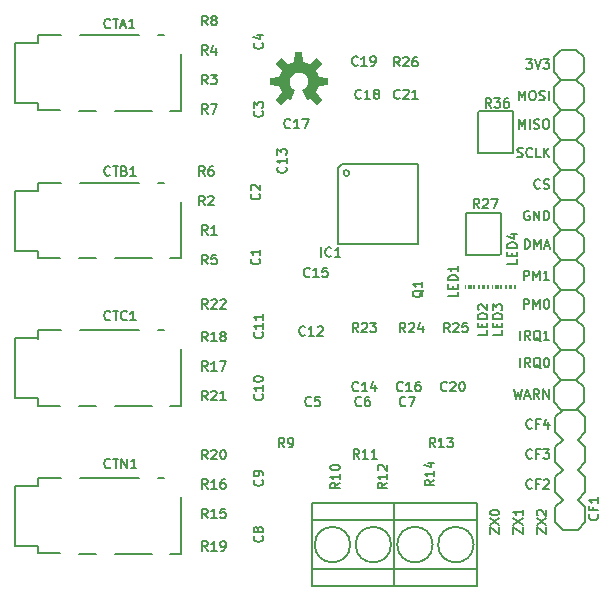
<source format=gto>
G04 #@! TF.GenerationSoftware,KiCad,Pcbnew,(5.1.5)-3*
G04 #@! TF.CreationDate,2019-12-31T00:04:08+10:30*
G04 #@! TF.ProjectId,ATM90E36_Breakout,41544d39-3045-4333-965f-427265616b6f,rev?*
G04 #@! TF.SameCoordinates,Original*
G04 #@! TF.FileFunction,Legend,Top*
G04 #@! TF.FilePolarity,Positive*
%FSLAX46Y46*%
G04 Gerber Fmt 4.6, Leading zero omitted, Abs format (unit mm)*
G04 Created by KiCad (PCBNEW (5.1.5)-3) date 2019-12-31 00:04:08*
%MOMM*%
%LPD*%
G04 APERTURE LIST*
%ADD10C,0.200000*%
%ADD11C,0.100000*%
%ADD12C,0.127000*%
%ADD13C,0.203200*%
G04 APERTURE END LIST*
D10*
X166744285Y-85096504D02*
X167239523Y-85096504D01*
X166972857Y-85401266D01*
X167087142Y-85401266D01*
X167163333Y-85439361D01*
X167201428Y-85477457D01*
X167239523Y-85553647D01*
X167239523Y-85744123D01*
X167201428Y-85820314D01*
X167163333Y-85858409D01*
X167087142Y-85896504D01*
X166858571Y-85896504D01*
X166782380Y-85858409D01*
X166744285Y-85820314D01*
X167468095Y-85096504D02*
X167734761Y-85896504D01*
X168001428Y-85096504D01*
X168191904Y-85096504D02*
X168687142Y-85096504D01*
X168420476Y-85401266D01*
X168534761Y-85401266D01*
X168610952Y-85439361D01*
X168649047Y-85477457D01*
X168687142Y-85553647D01*
X168687142Y-85744123D01*
X168649047Y-85820314D01*
X168610952Y-85858409D01*
X168534761Y-85896504D01*
X168306190Y-85896504D01*
X168230000Y-85858409D01*
X168191904Y-85820314D01*
X166134762Y-88563504D02*
X166134762Y-87763504D01*
X166401428Y-88334933D01*
X166668095Y-87763504D01*
X166668095Y-88563504D01*
X167201428Y-87763504D02*
X167353809Y-87763504D01*
X167430000Y-87801600D01*
X167506190Y-87877790D01*
X167544286Y-88030171D01*
X167544286Y-88296838D01*
X167506190Y-88449219D01*
X167430000Y-88525409D01*
X167353809Y-88563504D01*
X167201428Y-88563504D01*
X167125238Y-88525409D01*
X167049047Y-88449219D01*
X167010952Y-88296838D01*
X167010952Y-88030171D01*
X167049047Y-87877790D01*
X167125238Y-87801600D01*
X167201428Y-87763504D01*
X167849047Y-88525409D02*
X167963333Y-88563504D01*
X168153809Y-88563504D01*
X168230000Y-88525409D01*
X168268095Y-88487314D01*
X168306190Y-88411123D01*
X168306190Y-88334933D01*
X168268095Y-88258742D01*
X168230000Y-88220647D01*
X168153809Y-88182552D01*
X168001428Y-88144457D01*
X167925238Y-88106361D01*
X167887143Y-88068266D01*
X167849047Y-87992076D01*
X167849047Y-87915885D01*
X167887143Y-87839695D01*
X167925238Y-87801600D01*
X168001428Y-87763504D01*
X168191905Y-87763504D01*
X168306190Y-87801600D01*
X168649047Y-88563504D02*
X168649047Y-87763504D01*
X166134762Y-90976504D02*
X166134762Y-90176504D01*
X166401428Y-90747933D01*
X166668095Y-90176504D01*
X166668095Y-90976504D01*
X167049047Y-90976504D02*
X167049047Y-90176504D01*
X167391905Y-90938409D02*
X167506190Y-90976504D01*
X167696666Y-90976504D01*
X167772857Y-90938409D01*
X167810952Y-90900314D01*
X167849047Y-90824123D01*
X167849047Y-90747933D01*
X167810952Y-90671742D01*
X167772857Y-90633647D01*
X167696666Y-90595552D01*
X167544286Y-90557457D01*
X167468095Y-90519361D01*
X167430000Y-90481266D01*
X167391905Y-90405076D01*
X167391905Y-90328885D01*
X167430000Y-90252695D01*
X167468095Y-90214600D01*
X167544286Y-90176504D01*
X167734762Y-90176504D01*
X167849047Y-90214600D01*
X168344286Y-90176504D02*
X168496666Y-90176504D01*
X168572857Y-90214600D01*
X168649047Y-90290790D01*
X168687143Y-90443171D01*
X168687143Y-90709838D01*
X168649047Y-90862219D01*
X168572857Y-90938409D01*
X168496666Y-90976504D01*
X168344286Y-90976504D01*
X168268095Y-90938409D01*
X168191905Y-90862219D01*
X168153809Y-90709838D01*
X168153809Y-90443171D01*
X168191905Y-90290790D01*
X168268095Y-90214600D01*
X168344286Y-90176504D01*
X165982380Y-93351409D02*
X166096666Y-93389504D01*
X166287142Y-93389504D01*
X166363333Y-93351409D01*
X166401428Y-93313314D01*
X166439523Y-93237123D01*
X166439523Y-93160933D01*
X166401428Y-93084742D01*
X166363333Y-93046647D01*
X166287142Y-93008552D01*
X166134761Y-92970457D01*
X166058571Y-92932361D01*
X166020476Y-92894266D01*
X165982380Y-92818076D01*
X165982380Y-92741885D01*
X166020476Y-92665695D01*
X166058571Y-92627600D01*
X166134761Y-92589504D01*
X166325238Y-92589504D01*
X166439523Y-92627600D01*
X167239523Y-93313314D02*
X167201428Y-93351409D01*
X167087142Y-93389504D01*
X167010952Y-93389504D01*
X166896666Y-93351409D01*
X166820476Y-93275219D01*
X166782380Y-93199028D01*
X166744285Y-93046647D01*
X166744285Y-92932361D01*
X166782380Y-92779980D01*
X166820476Y-92703790D01*
X166896666Y-92627600D01*
X167010952Y-92589504D01*
X167087142Y-92589504D01*
X167201428Y-92627600D01*
X167239523Y-92665695D01*
X167963333Y-93389504D02*
X167582380Y-93389504D01*
X167582380Y-92589504D01*
X168230000Y-93389504D02*
X168230000Y-92589504D01*
X168687142Y-93389504D02*
X168344285Y-92932361D01*
X168687142Y-92589504D02*
X168230000Y-93046647D01*
X167925238Y-95980314D02*
X167887142Y-96018409D01*
X167772857Y-96056504D01*
X167696666Y-96056504D01*
X167582380Y-96018409D01*
X167506190Y-95942219D01*
X167468095Y-95866028D01*
X167429999Y-95713647D01*
X167429999Y-95599361D01*
X167468095Y-95446980D01*
X167506190Y-95370790D01*
X167582380Y-95294600D01*
X167696666Y-95256504D01*
X167772857Y-95256504D01*
X167887142Y-95294600D01*
X167925238Y-95332695D01*
X168229999Y-96018409D02*
X168344285Y-96056504D01*
X168534761Y-96056504D01*
X168610952Y-96018409D01*
X168649047Y-95980314D01*
X168687142Y-95904123D01*
X168687142Y-95827933D01*
X168649047Y-95751742D01*
X168610952Y-95713647D01*
X168534761Y-95675552D01*
X168382380Y-95637457D01*
X168306190Y-95599361D01*
X168268095Y-95561266D01*
X168229999Y-95485076D01*
X168229999Y-95408885D01*
X168268095Y-95332695D01*
X168306190Y-95294600D01*
X168382380Y-95256504D01*
X168572857Y-95256504D01*
X168687142Y-95294600D01*
X167010952Y-97961600D02*
X166934762Y-97923504D01*
X166820476Y-97923504D01*
X166706190Y-97961600D01*
X166630000Y-98037790D01*
X166591905Y-98113980D01*
X166553809Y-98266361D01*
X166553809Y-98380647D01*
X166591905Y-98533028D01*
X166630000Y-98609219D01*
X166706190Y-98685409D01*
X166820476Y-98723504D01*
X166896667Y-98723504D01*
X167010952Y-98685409D01*
X167049048Y-98647314D01*
X167049048Y-98380647D01*
X166896667Y-98380647D01*
X167391905Y-98723504D02*
X167391905Y-97923504D01*
X167849048Y-98723504D01*
X167849048Y-97923504D01*
X168230000Y-98723504D02*
X168230000Y-97923504D01*
X168420476Y-97923504D01*
X168534762Y-97961600D01*
X168610952Y-98037790D01*
X168649048Y-98113980D01*
X168687143Y-98266361D01*
X168687143Y-98380647D01*
X168649048Y-98533028D01*
X168610952Y-98609219D01*
X168534762Y-98685409D01*
X168420476Y-98723504D01*
X168230000Y-98723504D01*
X166630000Y-101136504D02*
X166630000Y-100336504D01*
X166820476Y-100336504D01*
X166934762Y-100374600D01*
X167010952Y-100450790D01*
X167049047Y-100526980D01*
X167087143Y-100679361D01*
X167087143Y-100793647D01*
X167049047Y-100946028D01*
X167010952Y-101022219D01*
X166934762Y-101098409D01*
X166820476Y-101136504D01*
X166630000Y-101136504D01*
X167430000Y-101136504D02*
X167430000Y-100336504D01*
X167696666Y-100907933D01*
X167963333Y-100336504D01*
X167963333Y-101136504D01*
X168306190Y-100907933D02*
X168687143Y-100907933D01*
X168230000Y-101136504D02*
X168496666Y-100336504D01*
X168763333Y-101136504D01*
X166553810Y-103803504D02*
X166553810Y-103003504D01*
X166858572Y-103003504D01*
X166934762Y-103041600D01*
X166972857Y-103079695D01*
X167010953Y-103155885D01*
X167010953Y-103270171D01*
X166972857Y-103346361D01*
X166934762Y-103384457D01*
X166858572Y-103422552D01*
X166553810Y-103422552D01*
X167353810Y-103803504D02*
X167353810Y-103003504D01*
X167620476Y-103574933D01*
X167887143Y-103003504D01*
X167887143Y-103803504D01*
X168687143Y-103803504D02*
X168230000Y-103803504D01*
X168458572Y-103803504D02*
X168458572Y-103003504D01*
X168382381Y-103117790D01*
X168306191Y-103193980D01*
X168230000Y-103232076D01*
X166553810Y-106216504D02*
X166553810Y-105416504D01*
X166858572Y-105416504D01*
X166934762Y-105454600D01*
X166972857Y-105492695D01*
X167010953Y-105568885D01*
X167010953Y-105683171D01*
X166972857Y-105759361D01*
X166934762Y-105797457D01*
X166858572Y-105835552D01*
X166553810Y-105835552D01*
X167353810Y-106216504D02*
X167353810Y-105416504D01*
X167620476Y-105987933D01*
X167887143Y-105416504D01*
X167887143Y-106216504D01*
X168420476Y-105416504D02*
X168496667Y-105416504D01*
X168572857Y-105454600D01*
X168610953Y-105492695D01*
X168649048Y-105568885D01*
X168687143Y-105721266D01*
X168687143Y-105911742D01*
X168649048Y-106064123D01*
X168610953Y-106140314D01*
X168572857Y-106178409D01*
X168496667Y-106216504D01*
X168420476Y-106216504D01*
X168344286Y-106178409D01*
X168306191Y-106140314D01*
X168268095Y-106064123D01*
X168230000Y-105911742D01*
X168230000Y-105721266D01*
X168268095Y-105568885D01*
X168306191Y-105492695D01*
X168344286Y-105454600D01*
X168420476Y-105416504D01*
X166249048Y-108883504D02*
X166249048Y-108083504D01*
X167087143Y-108883504D02*
X166820476Y-108502552D01*
X166630000Y-108883504D02*
X166630000Y-108083504D01*
X166934762Y-108083504D01*
X167010952Y-108121600D01*
X167049048Y-108159695D01*
X167087143Y-108235885D01*
X167087143Y-108350171D01*
X167049048Y-108426361D01*
X167010952Y-108464457D01*
X166934762Y-108502552D01*
X166630000Y-108502552D01*
X167963333Y-108959695D02*
X167887143Y-108921600D01*
X167810952Y-108845409D01*
X167696667Y-108731123D01*
X167620476Y-108693028D01*
X167544286Y-108693028D01*
X167582381Y-108883504D02*
X167506191Y-108845409D01*
X167430000Y-108769219D01*
X167391905Y-108616838D01*
X167391905Y-108350171D01*
X167430000Y-108197790D01*
X167506191Y-108121600D01*
X167582381Y-108083504D01*
X167734762Y-108083504D01*
X167810952Y-108121600D01*
X167887143Y-108197790D01*
X167925238Y-108350171D01*
X167925238Y-108616838D01*
X167887143Y-108769219D01*
X167810952Y-108845409D01*
X167734762Y-108883504D01*
X167582381Y-108883504D01*
X168687143Y-108883504D02*
X168230000Y-108883504D01*
X168458572Y-108883504D02*
X168458572Y-108083504D01*
X168382381Y-108197790D01*
X168306191Y-108273980D01*
X168230000Y-108312076D01*
X166249048Y-111169504D02*
X166249048Y-110369504D01*
X167087143Y-111169504D02*
X166820476Y-110788552D01*
X166630000Y-111169504D02*
X166630000Y-110369504D01*
X166934762Y-110369504D01*
X167010952Y-110407600D01*
X167049048Y-110445695D01*
X167087143Y-110521885D01*
X167087143Y-110636171D01*
X167049048Y-110712361D01*
X167010952Y-110750457D01*
X166934762Y-110788552D01*
X166630000Y-110788552D01*
X167963333Y-111245695D02*
X167887143Y-111207600D01*
X167810952Y-111131409D01*
X167696667Y-111017123D01*
X167620476Y-110979028D01*
X167544286Y-110979028D01*
X167582381Y-111169504D02*
X167506191Y-111131409D01*
X167430000Y-111055219D01*
X167391905Y-110902838D01*
X167391905Y-110636171D01*
X167430000Y-110483790D01*
X167506191Y-110407600D01*
X167582381Y-110369504D01*
X167734762Y-110369504D01*
X167810952Y-110407600D01*
X167887143Y-110483790D01*
X167925238Y-110636171D01*
X167925238Y-110902838D01*
X167887143Y-111055219D01*
X167810952Y-111131409D01*
X167734762Y-111169504D01*
X167582381Y-111169504D01*
X168420476Y-110369504D02*
X168496667Y-110369504D01*
X168572857Y-110407600D01*
X168610952Y-110445695D01*
X168649048Y-110521885D01*
X168687143Y-110674266D01*
X168687143Y-110864742D01*
X168649048Y-111017123D01*
X168610952Y-111093314D01*
X168572857Y-111131409D01*
X168496667Y-111169504D01*
X168420476Y-111169504D01*
X168344286Y-111131409D01*
X168306191Y-111093314D01*
X168268095Y-111017123D01*
X168230000Y-110864742D01*
X168230000Y-110674266D01*
X168268095Y-110521885D01*
X168306191Y-110445695D01*
X168344286Y-110407600D01*
X168420476Y-110369504D01*
X165715714Y-113036504D02*
X165906190Y-113836504D01*
X166058571Y-113265076D01*
X166210952Y-113836504D01*
X166401429Y-113036504D01*
X166668095Y-113607933D02*
X167049048Y-113607933D01*
X166591905Y-113836504D02*
X166858571Y-113036504D01*
X167125238Y-113836504D01*
X167849048Y-113836504D02*
X167582381Y-113455552D01*
X167391905Y-113836504D02*
X167391905Y-113036504D01*
X167696667Y-113036504D01*
X167772857Y-113074600D01*
X167810952Y-113112695D01*
X167849048Y-113188885D01*
X167849048Y-113303171D01*
X167810952Y-113379361D01*
X167772857Y-113417457D01*
X167696667Y-113455552D01*
X167391905Y-113455552D01*
X168191905Y-113836504D02*
X168191905Y-113036504D01*
X168649048Y-113836504D01*
X168649048Y-113036504D01*
X167239524Y-116300314D02*
X167201428Y-116338409D01*
X167087143Y-116376504D01*
X167010952Y-116376504D01*
X166896666Y-116338409D01*
X166820476Y-116262219D01*
X166782381Y-116186028D01*
X166744285Y-116033647D01*
X166744285Y-115919361D01*
X166782381Y-115766980D01*
X166820476Y-115690790D01*
X166896666Y-115614600D01*
X167010952Y-115576504D01*
X167087143Y-115576504D01*
X167201428Y-115614600D01*
X167239524Y-115652695D01*
X167849047Y-115957457D02*
X167582381Y-115957457D01*
X167582381Y-116376504D02*
X167582381Y-115576504D01*
X167963333Y-115576504D01*
X168610952Y-115843171D02*
X168610952Y-116376504D01*
X168420476Y-115538409D02*
X168230000Y-116109838D01*
X168725238Y-116109838D01*
X167239524Y-118840314D02*
X167201428Y-118878409D01*
X167087143Y-118916504D01*
X167010952Y-118916504D01*
X166896666Y-118878409D01*
X166820476Y-118802219D01*
X166782381Y-118726028D01*
X166744285Y-118573647D01*
X166744285Y-118459361D01*
X166782381Y-118306980D01*
X166820476Y-118230790D01*
X166896666Y-118154600D01*
X167010952Y-118116504D01*
X167087143Y-118116504D01*
X167201428Y-118154600D01*
X167239524Y-118192695D01*
X167849047Y-118497457D02*
X167582381Y-118497457D01*
X167582381Y-118916504D02*
X167582381Y-118116504D01*
X167963333Y-118116504D01*
X168191905Y-118116504D02*
X168687143Y-118116504D01*
X168420476Y-118421266D01*
X168534762Y-118421266D01*
X168610952Y-118459361D01*
X168649047Y-118497457D01*
X168687143Y-118573647D01*
X168687143Y-118764123D01*
X168649047Y-118840314D01*
X168610952Y-118878409D01*
X168534762Y-118916504D01*
X168306190Y-118916504D01*
X168230000Y-118878409D01*
X168191905Y-118840314D01*
X167239524Y-121380314D02*
X167201428Y-121418409D01*
X167087143Y-121456504D01*
X167010952Y-121456504D01*
X166896666Y-121418409D01*
X166820476Y-121342219D01*
X166782381Y-121266028D01*
X166744285Y-121113647D01*
X166744285Y-120999361D01*
X166782381Y-120846980D01*
X166820476Y-120770790D01*
X166896666Y-120694600D01*
X167010952Y-120656504D01*
X167087143Y-120656504D01*
X167201428Y-120694600D01*
X167239524Y-120732695D01*
X167849047Y-121037457D02*
X167582381Y-121037457D01*
X167582381Y-121456504D02*
X167582381Y-120656504D01*
X167963333Y-120656504D01*
X168230000Y-120732695D02*
X168268095Y-120694600D01*
X168344285Y-120656504D01*
X168534762Y-120656504D01*
X168610952Y-120694600D01*
X168649047Y-120732695D01*
X168687143Y-120808885D01*
X168687143Y-120885076D01*
X168649047Y-120999361D01*
X168191905Y-121456504D01*
X168687143Y-121456504D01*
X172789814Y-123637980D02*
X172827909Y-123676076D01*
X172866004Y-123790361D01*
X172866004Y-123866552D01*
X172827909Y-123980838D01*
X172751719Y-124057028D01*
X172675528Y-124095123D01*
X172523147Y-124133219D01*
X172408861Y-124133219D01*
X172256480Y-124095123D01*
X172180290Y-124057028D01*
X172104100Y-123980838D01*
X172066004Y-123866552D01*
X172066004Y-123790361D01*
X172104100Y-123676076D01*
X172142195Y-123637980D01*
X172446957Y-123028457D02*
X172446957Y-123295123D01*
X172866004Y-123295123D02*
X172066004Y-123295123D01*
X172066004Y-122914171D01*
X172866004Y-122190361D02*
X172866004Y-122647504D01*
X172866004Y-122418933D02*
X172066004Y-122418933D01*
X172180290Y-122495123D01*
X172256480Y-122571314D01*
X172294576Y-122647504D01*
D11*
G36*
X148157800Y-88588000D02*
G01*
X148410800Y-88457600D01*
X149039200Y-88970000D01*
X149470000Y-88539200D01*
X148957600Y-87910800D01*
X149174700Y-87386600D01*
X149981400Y-87304700D01*
X149981400Y-86695300D01*
X149174700Y-86613400D01*
X149087930Y-86342280D01*
X148957600Y-86089200D01*
X149470000Y-85460800D01*
X149039200Y-85030000D01*
X148410800Y-85542400D01*
X148157720Y-85412070D01*
X147886600Y-85325300D01*
X147804700Y-84518600D01*
X147195300Y-84518600D01*
X147113400Y-85325300D01*
X146842280Y-85412070D01*
X146589200Y-85542400D01*
X145960800Y-85030000D01*
X145530000Y-85460800D01*
X146042400Y-86089200D01*
X145825300Y-86613400D01*
X145018600Y-86695300D01*
X145018600Y-87304700D01*
X145825300Y-87386600D01*
X146042400Y-87910800D01*
X145530000Y-88539200D01*
X145960800Y-88970000D01*
X146589200Y-88457600D01*
X146712996Y-88528046D01*
X146842200Y-88588000D01*
X147201000Y-87721800D01*
X147004336Y-87603940D01*
X146850359Y-87434061D01*
X146752332Y-87226796D01*
X146718700Y-87000000D01*
X146741090Y-86814301D01*
X146806975Y-86639246D01*
X146912580Y-86484867D01*
X147051853Y-86360013D01*
X147216809Y-86271839D01*
X147397996Y-86225400D01*
X147585029Y-86223357D01*
X147767187Y-86265827D01*
X147934030Y-86350376D01*
X148075996Y-86472158D01*
X148184949Y-86624193D01*
X148254643Y-86797767D01*
X148281084Y-86982933D01*
X148262756Y-87169076D01*
X148200710Y-87345529D01*
X148098503Y-87502178D01*
X147799000Y-87721800D01*
X148157800Y-88588000D01*
G37*
D12*
X125401100Y-83053600D02*
X125401100Y-83753600D01*
X127401100Y-83053600D02*
X125401100Y-83053600D01*
X134001100Y-83053600D02*
X129001100Y-83053600D01*
X136101100Y-83053600D02*
X135601100Y-83053600D01*
X137501100Y-89453600D02*
X137501100Y-84653600D01*
X136601100Y-89453600D02*
X137501100Y-89453600D01*
X131901100Y-89453600D02*
X135101100Y-89453600D01*
X128901100Y-89453600D02*
X130301100Y-89453600D01*
X125401100Y-89428600D02*
X127301100Y-89428600D01*
X125401100Y-88853600D02*
X125401100Y-89428600D01*
X123501100Y-83713600D02*
X123501100Y-88793600D01*
X125406100Y-83713600D02*
X123501100Y-83713600D01*
X123501100Y-88793600D02*
X125406100Y-88793600D01*
X125401100Y-95553600D02*
X125401100Y-96253600D01*
X127401100Y-95553600D02*
X125401100Y-95553600D01*
X134001100Y-95553600D02*
X129001100Y-95553600D01*
X136101100Y-95553600D02*
X135601100Y-95553600D01*
X137501100Y-101953600D02*
X137501100Y-97153600D01*
X136601100Y-101953600D02*
X137501100Y-101953600D01*
X131901100Y-101953600D02*
X135101100Y-101953600D01*
X128901100Y-101953600D02*
X130301100Y-101953600D01*
X125401100Y-101928600D02*
X127301100Y-101928600D01*
X125401100Y-101353600D02*
X125401100Y-101928600D01*
X123501100Y-96213600D02*
X123501100Y-101293600D01*
X125406100Y-96213600D02*
X123501100Y-96213600D01*
X123501100Y-101293600D02*
X125406100Y-101293600D01*
X125401100Y-108053600D02*
X125401100Y-108753600D01*
X127401100Y-108053600D02*
X125401100Y-108053600D01*
X134001100Y-108053600D02*
X129001100Y-108053600D01*
X136101100Y-108053600D02*
X135601100Y-108053600D01*
X137501100Y-114453600D02*
X137501100Y-109653600D01*
X136601100Y-114453600D02*
X137501100Y-114453600D01*
X131901100Y-114453600D02*
X135101100Y-114453600D01*
X128901100Y-114453600D02*
X130301100Y-114453600D01*
X125401100Y-114428600D02*
X127301100Y-114428600D01*
X125401100Y-113853600D02*
X125401100Y-114428600D01*
X123501100Y-108713600D02*
X123501100Y-113793600D01*
X125406100Y-108713600D02*
X123501100Y-108713600D01*
X123501100Y-113793600D02*
X125406100Y-113793600D01*
X125401100Y-120553600D02*
X125401100Y-121253600D01*
X127401100Y-120553600D02*
X125401100Y-120553600D01*
X134001100Y-120553600D02*
X129001100Y-120553600D01*
X136101100Y-120553600D02*
X135601100Y-120553600D01*
X137501100Y-126953600D02*
X137501100Y-122153600D01*
X136601100Y-126953600D02*
X137501100Y-126953600D01*
X131901100Y-126953600D02*
X135101100Y-126953600D01*
X128901100Y-126953600D02*
X130301100Y-126953600D01*
X125401100Y-126928600D02*
X127301100Y-126928600D01*
X125401100Y-126353600D02*
X125401100Y-126928600D01*
X123501100Y-121213600D02*
X123501100Y-126293600D01*
X125406100Y-121213600D02*
X123501100Y-121213600D01*
X123501100Y-126293600D02*
X125406100Y-126293600D01*
D13*
X151766000Y-94733600D02*
G75*
G03X151766000Y-94733600I-249900J0D01*
G01*
X150816100Y-94283600D02*
X150816100Y-100783600D01*
X151116100Y-93983600D02*
X150816100Y-94283600D01*
X157616100Y-93983600D02*
X151116100Y-93983600D01*
X157616100Y-100783600D02*
X157616100Y-93983600D01*
X150816100Y-100783600D02*
X157616100Y-100783600D01*
D12*
X155306100Y-126193600D02*
G75*
G03X155306100Y-126193600I-1500000J0D01*
G01*
X151846100Y-126193600D02*
G75*
G03X151846100Y-126193600I-1500000J0D01*
G01*
X148576100Y-128293600D02*
X155576100Y-128293600D01*
X148576100Y-124093600D02*
X155576100Y-124093600D01*
X148576100Y-124093600D02*
X148576100Y-122693600D01*
X148576100Y-128293600D02*
X148576100Y-124093600D01*
X148576100Y-129693600D02*
X148576100Y-128293600D01*
X155576100Y-129693600D02*
X148576100Y-129693600D01*
X155576100Y-128293600D02*
X155576100Y-129693600D01*
X155576100Y-124093600D02*
X155576100Y-128293600D01*
X155576100Y-122693600D02*
X155576100Y-124093600D01*
X148576100Y-122693600D02*
X155576100Y-122693600D01*
X162291100Y-126193600D02*
G75*
G03X162291100Y-126193600I-1500000J0D01*
G01*
X158831100Y-126193600D02*
G75*
G03X158831100Y-126193600I-1500000J0D01*
G01*
X155561100Y-128293600D02*
X162561100Y-128293600D01*
X155561100Y-124093600D02*
X162561100Y-124093600D01*
X155561100Y-124093600D02*
X155561100Y-122693600D01*
X155561100Y-128293600D02*
X155561100Y-124093600D01*
X155561100Y-129693600D02*
X155561100Y-128293600D01*
X162561100Y-129693600D02*
X155561100Y-129693600D01*
X162561100Y-128293600D02*
X162561100Y-129693600D01*
X162561100Y-124093600D02*
X162561100Y-128293600D01*
X162561100Y-122693600D02*
X162561100Y-124093600D01*
X155561100Y-122693600D02*
X162561100Y-122693600D01*
D13*
X170999100Y-112223600D02*
X169729100Y-112223600D01*
X170999100Y-109683600D02*
X169729100Y-109683600D01*
X170999100Y-107143600D02*
X169729100Y-107143600D01*
X170999100Y-104603600D02*
X169729100Y-104603600D01*
X170999100Y-102063600D02*
X169729100Y-102063600D01*
X169729100Y-99523600D02*
X170999100Y-99523600D01*
X169094100Y-100158600D02*
X169729100Y-99523600D01*
X169094100Y-101428600D02*
X169094100Y-100158600D01*
X169729100Y-102063600D02*
X169094100Y-101428600D01*
X169094100Y-102698600D02*
X169729100Y-102063600D01*
X169094100Y-103968600D02*
X169094100Y-102698600D01*
X169729100Y-104603600D02*
X169094100Y-103968600D01*
X169094100Y-105238600D02*
X169729100Y-104603600D01*
X169094100Y-106508600D02*
X169094100Y-105238600D01*
X169729100Y-107143600D02*
X169094100Y-106508600D01*
X169094100Y-107778600D02*
X169729100Y-107143600D01*
X169094100Y-109048600D02*
X169094100Y-107778600D01*
X169729100Y-109683600D02*
X169094100Y-109048600D01*
X169094100Y-110318600D02*
X169729100Y-109683600D01*
X169094100Y-111588600D02*
X169094100Y-110318600D01*
X169729100Y-112223600D02*
X169094100Y-111588600D01*
X169094100Y-112858600D02*
X169729100Y-112223600D01*
X169094100Y-114128600D02*
X169094100Y-112858600D01*
X169729100Y-114763600D02*
X169094100Y-114128600D01*
X170999100Y-114763600D02*
X169729100Y-114763600D01*
X171634100Y-114128600D02*
X170999100Y-114763600D01*
X171634100Y-112858600D02*
X171634100Y-114128600D01*
X170999100Y-112223600D02*
X171634100Y-112858600D01*
X171634100Y-111588600D02*
X170999100Y-112223600D01*
X171634100Y-110318600D02*
X171634100Y-111588600D01*
X170999100Y-109683600D02*
X171634100Y-110318600D01*
X171634100Y-109048600D02*
X170999100Y-109683600D01*
X171634100Y-107778600D02*
X171634100Y-109048600D01*
X170999100Y-107143600D02*
X171634100Y-107778600D01*
X171634100Y-106508600D02*
X170999100Y-107143600D01*
X171634100Y-105238600D02*
X171634100Y-106508600D01*
X170999100Y-104603600D02*
X171634100Y-105238600D01*
X171634100Y-103968600D02*
X170999100Y-104603600D01*
X171634100Y-102698600D02*
X171634100Y-103968600D01*
X170999100Y-102063600D02*
X171634100Y-102698600D01*
X171634100Y-101428600D02*
X170999100Y-102063600D01*
X171634100Y-100158600D02*
X171634100Y-101428600D01*
X170999100Y-99523600D02*
X171634100Y-100158600D01*
X170999100Y-96983600D02*
X169729100Y-96983600D01*
X170999100Y-94443600D02*
X169729100Y-94443600D01*
X170999100Y-91903600D02*
X169729100Y-91903600D01*
X170999100Y-89363600D02*
X169729100Y-89363600D01*
X170999100Y-86823600D02*
X169729100Y-86823600D01*
X169729100Y-84283600D02*
X170999100Y-84283600D01*
X169094100Y-84918600D02*
X169729100Y-84283600D01*
X169094100Y-86188600D02*
X169094100Y-84918600D01*
X169729100Y-86823600D02*
X169094100Y-86188600D01*
X169094100Y-87458600D02*
X169729100Y-86823600D01*
X169094100Y-88728600D02*
X169094100Y-87458600D01*
X169729100Y-89363600D02*
X169094100Y-88728600D01*
X169094100Y-89998600D02*
X169729100Y-89363600D01*
X169094100Y-91268600D02*
X169094100Y-89998600D01*
X169729100Y-91903600D02*
X169094100Y-91268600D01*
X169094100Y-92538600D02*
X169729100Y-91903600D01*
X169094100Y-93808600D02*
X169094100Y-92538600D01*
X169729100Y-94443600D02*
X169094100Y-93808600D01*
X169094100Y-95078600D02*
X169729100Y-94443600D01*
X169094100Y-96348600D02*
X169094100Y-95078600D01*
X169729100Y-96983600D02*
X169094100Y-96348600D01*
X169094100Y-97618600D02*
X169729100Y-96983600D01*
X169094100Y-98888600D02*
X169094100Y-97618600D01*
X169729100Y-99523600D02*
X169094100Y-98888600D01*
X170999100Y-99523600D02*
X169729100Y-99523600D01*
X171634100Y-98888600D02*
X170999100Y-99523600D01*
X171634100Y-97618600D02*
X171634100Y-98888600D01*
X170999100Y-96983600D02*
X171634100Y-97618600D01*
X171634100Y-96348600D02*
X170999100Y-96983600D01*
X171634100Y-95078600D02*
X171634100Y-96348600D01*
X170999100Y-94443600D02*
X171634100Y-95078600D01*
X171634100Y-93808600D02*
X170999100Y-94443600D01*
X171634100Y-92538600D02*
X171634100Y-93808600D01*
X170999100Y-91903600D02*
X171634100Y-92538600D01*
X171634100Y-91268600D02*
X170999100Y-91903600D01*
X171634100Y-89998600D02*
X171634100Y-91268600D01*
X170999100Y-89363600D02*
X171634100Y-89998600D01*
X171634100Y-88728600D02*
X170999100Y-89363600D01*
X171634100Y-87458600D02*
X171634100Y-88728600D01*
X170999100Y-86823600D02*
X171634100Y-87458600D01*
X171634100Y-86188600D02*
X170999100Y-86823600D01*
X171634100Y-84918600D02*
X171634100Y-86188600D01*
X170999100Y-84283600D02*
X171634100Y-84918600D01*
D11*
G36*
X162132100Y-104222600D02*
G01*
X161832100Y-104222600D01*
X161832100Y-104522600D01*
X162132100Y-104522600D01*
X162132100Y-104222600D01*
G37*
G36*
X161682100Y-104222600D02*
G01*
X161532100Y-104222600D01*
X161532100Y-104522600D01*
X161682100Y-104522600D01*
X161682100Y-104222600D01*
G37*
G36*
X162432100Y-104222600D02*
G01*
X162282100Y-104222600D01*
X162282100Y-104522600D01*
X162432100Y-104522600D01*
X162432100Y-104222600D01*
G37*
G36*
X163275100Y-104222600D02*
G01*
X162975100Y-104222600D01*
X162975100Y-104522600D01*
X163275100Y-104522600D01*
X163275100Y-104222600D01*
G37*
G36*
X162825100Y-104222600D02*
G01*
X162675100Y-104222600D01*
X162675100Y-104522600D01*
X162825100Y-104522600D01*
X162825100Y-104222600D01*
G37*
G36*
X163575100Y-104222600D02*
G01*
X163425100Y-104222600D01*
X163425100Y-104522600D01*
X163575100Y-104522600D01*
X163575100Y-104222600D01*
G37*
G36*
X164418100Y-104222600D02*
G01*
X164118100Y-104222600D01*
X164118100Y-104522600D01*
X164418100Y-104522600D01*
X164418100Y-104222600D01*
G37*
G36*
X163968100Y-104222600D02*
G01*
X163818100Y-104222600D01*
X163818100Y-104522600D01*
X163968100Y-104522600D01*
X163968100Y-104222600D01*
G37*
G36*
X164718100Y-104222600D02*
G01*
X164568100Y-104222600D01*
X164568100Y-104522600D01*
X164718100Y-104522600D01*
X164718100Y-104222600D01*
G37*
G36*
X165561100Y-104222600D02*
G01*
X165261100Y-104222600D01*
X165261100Y-104522600D01*
X165561100Y-104522600D01*
X165561100Y-104222600D01*
G37*
G36*
X165111100Y-104222600D02*
G01*
X164961100Y-104222600D01*
X164961100Y-104522600D01*
X165111100Y-104522600D01*
X165111100Y-104222600D01*
G37*
G36*
X165861100Y-104222600D02*
G01*
X165711100Y-104222600D01*
X165711100Y-104522600D01*
X165861100Y-104522600D01*
X165861100Y-104222600D01*
G37*
D13*
X171126100Y-124923600D02*
X169856100Y-124923600D01*
X169221100Y-116668600D02*
X169221100Y-115398600D01*
X169856100Y-114763600D02*
X169221100Y-115398600D01*
X171761100Y-115398600D02*
X171126100Y-114763600D01*
X171126100Y-114763600D02*
X169856100Y-114763600D01*
X169221100Y-117938600D02*
X169856100Y-117303600D01*
X169221100Y-119208600D02*
X169221100Y-117938600D01*
X169856100Y-119843600D02*
X169221100Y-119208600D01*
X171761100Y-119208600D02*
X171126100Y-119843600D01*
X171761100Y-117938600D02*
X171761100Y-119208600D01*
X171126100Y-117303600D02*
X171761100Y-117938600D01*
X169856100Y-117303600D02*
X169221100Y-116668600D01*
X171761100Y-116668600D02*
X171126100Y-117303600D01*
X171761100Y-115398600D02*
X171761100Y-116668600D01*
X169221100Y-124288600D02*
X169221100Y-123018600D01*
X169856100Y-122383600D02*
X169221100Y-123018600D01*
X171761100Y-123018600D02*
X171126100Y-122383600D01*
X169221100Y-120478600D02*
X169856100Y-119843600D01*
X169221100Y-121748600D02*
X169221100Y-120478600D01*
X169856100Y-122383600D02*
X169221100Y-121748600D01*
X171761100Y-121748600D02*
X171126100Y-122383600D01*
X171761100Y-120478600D02*
X171761100Y-121748600D01*
X171126100Y-119843600D02*
X171761100Y-120478600D01*
X169856100Y-124923600D02*
X169221100Y-124288600D01*
X171761100Y-124288600D02*
X171126100Y-124923600D01*
X171761100Y-123018600D02*
X171761100Y-124288600D01*
D12*
X162782519Y-89468600D02*
X165641100Y-89468600D01*
X162641100Y-89610019D02*
X162782519Y-89468600D01*
X162641100Y-93068600D02*
X162641100Y-89610019D01*
X165641100Y-93068600D02*
X162641100Y-93068600D01*
X165641100Y-89468600D02*
X165641100Y-93068600D01*
X164483681Y-101704600D02*
X161625100Y-101704600D01*
X164625100Y-101563181D02*
X164483681Y-101704600D01*
X164625100Y-98104600D02*
X164625100Y-101563181D01*
X161625100Y-98104600D02*
X164625100Y-98104600D01*
X161625100Y-101704600D02*
X161625100Y-98104600D01*
D10*
X131527619Y-82385714D02*
X131489523Y-82423809D01*
X131375238Y-82461904D01*
X131299047Y-82461904D01*
X131184761Y-82423809D01*
X131108571Y-82347619D01*
X131070476Y-82271428D01*
X131032380Y-82119047D01*
X131032380Y-82004761D01*
X131070476Y-81852380D01*
X131108571Y-81776190D01*
X131184761Y-81700000D01*
X131299047Y-81661904D01*
X131375238Y-81661904D01*
X131489523Y-81700000D01*
X131527619Y-81738095D01*
X131756190Y-81661904D02*
X132213333Y-81661904D01*
X131984761Y-82461904D02*
X131984761Y-81661904D01*
X132441904Y-82233333D02*
X132822857Y-82233333D01*
X132365714Y-82461904D02*
X132632380Y-81661904D01*
X132899047Y-82461904D01*
X133584761Y-82461904D02*
X133127619Y-82461904D01*
X133356190Y-82461904D02*
X133356190Y-81661904D01*
X133280000Y-81776190D01*
X133203809Y-81852380D01*
X133127619Y-81890476D01*
X131527619Y-94885714D02*
X131489523Y-94923809D01*
X131375238Y-94961904D01*
X131299047Y-94961904D01*
X131184761Y-94923809D01*
X131108571Y-94847619D01*
X131070476Y-94771428D01*
X131032380Y-94619047D01*
X131032380Y-94504761D01*
X131070476Y-94352380D01*
X131108571Y-94276190D01*
X131184761Y-94200000D01*
X131299047Y-94161904D01*
X131375238Y-94161904D01*
X131489523Y-94200000D01*
X131527619Y-94238095D01*
X131756190Y-94161904D02*
X132213333Y-94161904D01*
X131984761Y-94961904D02*
X131984761Y-94161904D01*
X132746666Y-94542857D02*
X132860952Y-94580952D01*
X132899047Y-94619047D01*
X132937142Y-94695238D01*
X132937142Y-94809523D01*
X132899047Y-94885714D01*
X132860952Y-94923809D01*
X132784761Y-94961904D01*
X132480000Y-94961904D01*
X132480000Y-94161904D01*
X132746666Y-94161904D01*
X132822857Y-94200000D01*
X132860952Y-94238095D01*
X132899047Y-94314285D01*
X132899047Y-94390476D01*
X132860952Y-94466666D01*
X132822857Y-94504761D01*
X132746666Y-94542857D01*
X132480000Y-94542857D01*
X133699047Y-94961904D02*
X133241904Y-94961904D01*
X133470476Y-94961904D02*
X133470476Y-94161904D01*
X133394285Y-94276190D01*
X133318095Y-94352380D01*
X133241904Y-94390476D01*
X131527619Y-107135714D02*
X131489523Y-107173809D01*
X131375238Y-107211904D01*
X131299047Y-107211904D01*
X131184761Y-107173809D01*
X131108571Y-107097619D01*
X131070476Y-107021428D01*
X131032380Y-106869047D01*
X131032380Y-106754761D01*
X131070476Y-106602380D01*
X131108571Y-106526190D01*
X131184761Y-106450000D01*
X131299047Y-106411904D01*
X131375238Y-106411904D01*
X131489523Y-106450000D01*
X131527619Y-106488095D01*
X131756190Y-106411904D02*
X132213333Y-106411904D01*
X131984761Y-107211904D02*
X131984761Y-106411904D01*
X132937142Y-107135714D02*
X132899047Y-107173809D01*
X132784761Y-107211904D01*
X132708571Y-107211904D01*
X132594285Y-107173809D01*
X132518095Y-107097619D01*
X132480000Y-107021428D01*
X132441904Y-106869047D01*
X132441904Y-106754761D01*
X132480000Y-106602380D01*
X132518095Y-106526190D01*
X132594285Y-106450000D01*
X132708571Y-106411904D01*
X132784761Y-106411904D01*
X132899047Y-106450000D01*
X132937142Y-106488095D01*
X133699047Y-107211904D02*
X133241904Y-107211904D01*
X133470476Y-107211904D02*
X133470476Y-106411904D01*
X133394285Y-106526190D01*
X133318095Y-106602380D01*
X133241904Y-106640476D01*
X131527619Y-119635714D02*
X131489523Y-119673809D01*
X131375238Y-119711904D01*
X131299047Y-119711904D01*
X131184761Y-119673809D01*
X131108571Y-119597619D01*
X131070476Y-119521428D01*
X131032380Y-119369047D01*
X131032380Y-119254761D01*
X131070476Y-119102380D01*
X131108571Y-119026190D01*
X131184761Y-118950000D01*
X131299047Y-118911904D01*
X131375238Y-118911904D01*
X131489523Y-118950000D01*
X131527619Y-118988095D01*
X131756190Y-118911904D02*
X132213333Y-118911904D01*
X131984761Y-119711904D02*
X131984761Y-118911904D01*
X132480000Y-119711904D02*
X132480000Y-118911904D01*
X132937142Y-119711904D01*
X132937142Y-118911904D01*
X133737142Y-119711904D02*
X133280000Y-119711904D01*
X133508571Y-119711904D02*
X133508571Y-118911904D01*
X133432380Y-119026190D01*
X133356190Y-119102380D01*
X133280000Y-119140476D01*
X144135714Y-96472380D02*
X144173809Y-96510476D01*
X144211904Y-96624761D01*
X144211904Y-96700952D01*
X144173809Y-96815238D01*
X144097619Y-96891428D01*
X144021428Y-96929523D01*
X143869047Y-96967619D01*
X143754761Y-96967619D01*
X143602380Y-96929523D01*
X143526190Y-96891428D01*
X143450000Y-96815238D01*
X143411904Y-96700952D01*
X143411904Y-96624761D01*
X143450000Y-96510476D01*
X143488095Y-96472380D01*
X143488095Y-96167619D02*
X143450000Y-96129523D01*
X143411904Y-96053333D01*
X143411904Y-95862857D01*
X143450000Y-95786666D01*
X143488095Y-95748571D01*
X143564285Y-95710476D01*
X143640476Y-95710476D01*
X143754761Y-95748571D01*
X144211904Y-96205714D01*
X144211904Y-95710476D01*
X144135714Y-101972380D02*
X144173809Y-102010476D01*
X144211904Y-102124761D01*
X144211904Y-102200952D01*
X144173809Y-102315238D01*
X144097619Y-102391428D01*
X144021428Y-102429523D01*
X143869047Y-102467619D01*
X143754761Y-102467619D01*
X143602380Y-102429523D01*
X143526190Y-102391428D01*
X143450000Y-102315238D01*
X143411904Y-102200952D01*
X143411904Y-102124761D01*
X143450000Y-102010476D01*
X143488095Y-101972380D01*
X144211904Y-101210476D02*
X144211904Y-101667619D01*
X144211904Y-101439047D02*
X143411904Y-101439047D01*
X143526190Y-101515238D01*
X143602380Y-101591428D01*
X143640476Y-101667619D01*
X144385714Y-83722380D02*
X144423809Y-83760476D01*
X144461904Y-83874761D01*
X144461904Y-83950952D01*
X144423809Y-84065238D01*
X144347619Y-84141428D01*
X144271428Y-84179523D01*
X144119047Y-84217619D01*
X144004761Y-84217619D01*
X143852380Y-84179523D01*
X143776190Y-84141428D01*
X143700000Y-84065238D01*
X143661904Y-83950952D01*
X143661904Y-83874761D01*
X143700000Y-83760476D01*
X143738095Y-83722380D01*
X143928571Y-83036666D02*
X144461904Y-83036666D01*
X143623809Y-83227142D02*
X144195238Y-83417619D01*
X144195238Y-82922380D01*
X144385714Y-89472380D02*
X144423809Y-89510476D01*
X144461904Y-89624761D01*
X144461904Y-89700952D01*
X144423809Y-89815238D01*
X144347619Y-89891428D01*
X144271428Y-89929523D01*
X144119047Y-89967619D01*
X144004761Y-89967619D01*
X143852380Y-89929523D01*
X143776190Y-89891428D01*
X143700000Y-89815238D01*
X143661904Y-89700952D01*
X143661904Y-89624761D01*
X143700000Y-89510476D01*
X143738095Y-89472380D01*
X143661904Y-89205714D02*
X143661904Y-88710476D01*
X143966666Y-88977142D01*
X143966666Y-88862857D01*
X144004761Y-88786666D01*
X144042857Y-88748571D01*
X144119047Y-88710476D01*
X144309523Y-88710476D01*
X144385714Y-88748571D01*
X144423809Y-88786666D01*
X144461904Y-88862857D01*
X144461904Y-89091428D01*
X144423809Y-89167619D01*
X144385714Y-89205714D01*
X144385714Y-108222380D02*
X144423809Y-108260476D01*
X144461904Y-108374761D01*
X144461904Y-108450952D01*
X144423809Y-108565238D01*
X144347619Y-108641428D01*
X144271428Y-108679523D01*
X144119047Y-108717619D01*
X144004761Y-108717619D01*
X143852380Y-108679523D01*
X143776190Y-108641428D01*
X143700000Y-108565238D01*
X143661904Y-108450952D01*
X143661904Y-108374761D01*
X143700000Y-108260476D01*
X143738095Y-108222380D01*
X144461904Y-107460476D02*
X144461904Y-107917619D01*
X144461904Y-107689047D02*
X143661904Y-107689047D01*
X143776190Y-107765238D01*
X143852380Y-107841428D01*
X143890476Y-107917619D01*
X144461904Y-106698571D02*
X144461904Y-107155714D01*
X144461904Y-106927142D02*
X143661904Y-106927142D01*
X143776190Y-107003333D01*
X143852380Y-107079523D01*
X143890476Y-107155714D01*
X144385714Y-113472380D02*
X144423809Y-113510476D01*
X144461904Y-113624761D01*
X144461904Y-113700952D01*
X144423809Y-113815238D01*
X144347619Y-113891428D01*
X144271428Y-113929523D01*
X144119047Y-113967619D01*
X144004761Y-113967619D01*
X143852380Y-113929523D01*
X143776190Y-113891428D01*
X143700000Y-113815238D01*
X143661904Y-113700952D01*
X143661904Y-113624761D01*
X143700000Y-113510476D01*
X143738095Y-113472380D01*
X144461904Y-112710476D02*
X144461904Y-113167619D01*
X144461904Y-112939047D02*
X143661904Y-112939047D01*
X143776190Y-113015238D01*
X143852380Y-113091428D01*
X143890476Y-113167619D01*
X143661904Y-112215238D02*
X143661904Y-112139047D01*
X143700000Y-112062857D01*
X143738095Y-112024761D01*
X143814285Y-111986666D01*
X143966666Y-111948571D01*
X144157142Y-111948571D01*
X144309523Y-111986666D01*
X144385714Y-112024761D01*
X144423809Y-112062857D01*
X144461904Y-112139047D01*
X144461904Y-112215238D01*
X144423809Y-112291428D01*
X144385714Y-112329523D01*
X144309523Y-112367619D01*
X144157142Y-112405714D01*
X143966666Y-112405714D01*
X143814285Y-112367619D01*
X143738095Y-112329523D01*
X143700000Y-112291428D01*
X143661904Y-112215238D01*
X139527619Y-94961904D02*
X139260952Y-94580952D01*
X139070476Y-94961904D02*
X139070476Y-94161904D01*
X139375238Y-94161904D01*
X139451428Y-94200000D01*
X139489523Y-94238095D01*
X139527619Y-94314285D01*
X139527619Y-94428571D01*
X139489523Y-94504761D01*
X139451428Y-94542857D01*
X139375238Y-94580952D01*
X139070476Y-94580952D01*
X140213333Y-94161904D02*
X140060952Y-94161904D01*
X139984761Y-94200000D01*
X139946666Y-94238095D01*
X139870476Y-94352380D01*
X139832380Y-94504761D01*
X139832380Y-94809523D01*
X139870476Y-94885714D01*
X139908571Y-94923809D01*
X139984761Y-94961904D01*
X140137142Y-94961904D01*
X140213333Y-94923809D01*
X140251428Y-94885714D01*
X140289523Y-94809523D01*
X140289523Y-94619047D01*
X140251428Y-94542857D01*
X140213333Y-94504761D01*
X140137142Y-94466666D01*
X139984761Y-94466666D01*
X139908571Y-94504761D01*
X139870476Y-94542857D01*
X139832380Y-94619047D01*
X139777619Y-108961904D02*
X139510952Y-108580952D01*
X139320476Y-108961904D02*
X139320476Y-108161904D01*
X139625238Y-108161904D01*
X139701428Y-108200000D01*
X139739523Y-108238095D01*
X139777619Y-108314285D01*
X139777619Y-108428571D01*
X139739523Y-108504761D01*
X139701428Y-108542857D01*
X139625238Y-108580952D01*
X139320476Y-108580952D01*
X140539523Y-108961904D02*
X140082380Y-108961904D01*
X140310952Y-108961904D02*
X140310952Y-108161904D01*
X140234761Y-108276190D01*
X140158571Y-108352380D01*
X140082380Y-108390476D01*
X140996666Y-108504761D02*
X140920476Y-108466666D01*
X140882380Y-108428571D01*
X140844285Y-108352380D01*
X140844285Y-108314285D01*
X140882380Y-108238095D01*
X140920476Y-108200000D01*
X140996666Y-108161904D01*
X141149047Y-108161904D01*
X141225238Y-108200000D01*
X141263333Y-108238095D01*
X141301428Y-108314285D01*
X141301428Y-108352380D01*
X141263333Y-108428571D01*
X141225238Y-108466666D01*
X141149047Y-108504761D01*
X140996666Y-108504761D01*
X140920476Y-108542857D01*
X140882380Y-108580952D01*
X140844285Y-108657142D01*
X140844285Y-108809523D01*
X140882380Y-108885714D01*
X140920476Y-108923809D01*
X140996666Y-108961904D01*
X141149047Y-108961904D01*
X141225238Y-108923809D01*
X141263333Y-108885714D01*
X141301428Y-108809523D01*
X141301428Y-108657142D01*
X141263333Y-108580952D01*
X141225238Y-108542857D01*
X141149047Y-108504761D01*
X139777619Y-111461904D02*
X139510952Y-111080952D01*
X139320476Y-111461904D02*
X139320476Y-110661904D01*
X139625238Y-110661904D01*
X139701428Y-110700000D01*
X139739523Y-110738095D01*
X139777619Y-110814285D01*
X139777619Y-110928571D01*
X139739523Y-111004761D01*
X139701428Y-111042857D01*
X139625238Y-111080952D01*
X139320476Y-111080952D01*
X140539523Y-111461904D02*
X140082380Y-111461904D01*
X140310952Y-111461904D02*
X140310952Y-110661904D01*
X140234761Y-110776190D01*
X140158571Y-110852380D01*
X140082380Y-110890476D01*
X140806190Y-110661904D02*
X141339523Y-110661904D01*
X140996666Y-111461904D01*
X139777619Y-113961904D02*
X139510952Y-113580952D01*
X139320476Y-113961904D02*
X139320476Y-113161904D01*
X139625238Y-113161904D01*
X139701428Y-113200000D01*
X139739523Y-113238095D01*
X139777619Y-113314285D01*
X139777619Y-113428571D01*
X139739523Y-113504761D01*
X139701428Y-113542857D01*
X139625238Y-113580952D01*
X139320476Y-113580952D01*
X140082380Y-113238095D02*
X140120476Y-113200000D01*
X140196666Y-113161904D01*
X140387142Y-113161904D01*
X140463333Y-113200000D01*
X140501428Y-113238095D01*
X140539523Y-113314285D01*
X140539523Y-113390476D01*
X140501428Y-113504761D01*
X140044285Y-113961904D01*
X140539523Y-113961904D01*
X141301428Y-113961904D02*
X140844285Y-113961904D01*
X141072857Y-113961904D02*
X141072857Y-113161904D01*
X140996666Y-113276190D01*
X140920476Y-113352380D01*
X140844285Y-113390476D01*
X139527619Y-97461904D02*
X139260952Y-97080952D01*
X139070476Y-97461904D02*
X139070476Y-96661904D01*
X139375238Y-96661904D01*
X139451428Y-96700000D01*
X139489523Y-96738095D01*
X139527619Y-96814285D01*
X139527619Y-96928571D01*
X139489523Y-97004761D01*
X139451428Y-97042857D01*
X139375238Y-97080952D01*
X139070476Y-97080952D01*
X139832380Y-96738095D02*
X139870476Y-96700000D01*
X139946666Y-96661904D01*
X140137142Y-96661904D01*
X140213333Y-96700000D01*
X140251428Y-96738095D01*
X140289523Y-96814285D01*
X140289523Y-96890476D01*
X140251428Y-97004761D01*
X139794285Y-97461904D01*
X140289523Y-97461904D01*
X139777619Y-82211904D02*
X139510952Y-81830952D01*
X139320476Y-82211904D02*
X139320476Y-81411904D01*
X139625238Y-81411904D01*
X139701428Y-81450000D01*
X139739523Y-81488095D01*
X139777619Y-81564285D01*
X139777619Y-81678571D01*
X139739523Y-81754761D01*
X139701428Y-81792857D01*
X139625238Y-81830952D01*
X139320476Y-81830952D01*
X140234761Y-81754761D02*
X140158571Y-81716666D01*
X140120476Y-81678571D01*
X140082380Y-81602380D01*
X140082380Y-81564285D01*
X140120476Y-81488095D01*
X140158571Y-81450000D01*
X140234761Y-81411904D01*
X140387142Y-81411904D01*
X140463333Y-81450000D01*
X140501428Y-81488095D01*
X140539523Y-81564285D01*
X140539523Y-81602380D01*
X140501428Y-81678571D01*
X140463333Y-81716666D01*
X140387142Y-81754761D01*
X140234761Y-81754761D01*
X140158571Y-81792857D01*
X140120476Y-81830952D01*
X140082380Y-81907142D01*
X140082380Y-82059523D01*
X140120476Y-82135714D01*
X140158571Y-82173809D01*
X140234761Y-82211904D01*
X140387142Y-82211904D01*
X140463333Y-82173809D01*
X140501428Y-82135714D01*
X140539523Y-82059523D01*
X140539523Y-81907142D01*
X140501428Y-81830952D01*
X140463333Y-81792857D01*
X140387142Y-81754761D01*
X139777619Y-99961904D02*
X139510952Y-99580952D01*
X139320476Y-99961904D02*
X139320476Y-99161904D01*
X139625238Y-99161904D01*
X139701428Y-99200000D01*
X139739523Y-99238095D01*
X139777619Y-99314285D01*
X139777619Y-99428571D01*
X139739523Y-99504761D01*
X139701428Y-99542857D01*
X139625238Y-99580952D01*
X139320476Y-99580952D01*
X140539523Y-99961904D02*
X140082380Y-99961904D01*
X140310952Y-99961904D02*
X140310952Y-99161904D01*
X140234761Y-99276190D01*
X140158571Y-99352380D01*
X140082380Y-99390476D01*
X139777619Y-102461904D02*
X139510952Y-102080952D01*
X139320476Y-102461904D02*
X139320476Y-101661904D01*
X139625238Y-101661904D01*
X139701428Y-101700000D01*
X139739523Y-101738095D01*
X139777619Y-101814285D01*
X139777619Y-101928571D01*
X139739523Y-102004761D01*
X139701428Y-102042857D01*
X139625238Y-102080952D01*
X139320476Y-102080952D01*
X140501428Y-101661904D02*
X140120476Y-101661904D01*
X140082380Y-102042857D01*
X140120476Y-102004761D01*
X140196666Y-101966666D01*
X140387142Y-101966666D01*
X140463333Y-102004761D01*
X140501428Y-102042857D01*
X140539523Y-102119047D01*
X140539523Y-102309523D01*
X140501428Y-102385714D01*
X140463333Y-102423809D01*
X140387142Y-102461904D01*
X140196666Y-102461904D01*
X140120476Y-102423809D01*
X140082380Y-102385714D01*
X139777619Y-84711904D02*
X139510952Y-84330952D01*
X139320476Y-84711904D02*
X139320476Y-83911904D01*
X139625238Y-83911904D01*
X139701428Y-83950000D01*
X139739523Y-83988095D01*
X139777619Y-84064285D01*
X139777619Y-84178571D01*
X139739523Y-84254761D01*
X139701428Y-84292857D01*
X139625238Y-84330952D01*
X139320476Y-84330952D01*
X140463333Y-84178571D02*
X140463333Y-84711904D01*
X140272857Y-83873809D02*
X140082380Y-84445238D01*
X140577619Y-84445238D01*
X139777619Y-87211904D02*
X139510952Y-86830952D01*
X139320476Y-87211904D02*
X139320476Y-86411904D01*
X139625238Y-86411904D01*
X139701428Y-86450000D01*
X139739523Y-86488095D01*
X139777619Y-86564285D01*
X139777619Y-86678571D01*
X139739523Y-86754761D01*
X139701428Y-86792857D01*
X139625238Y-86830952D01*
X139320476Y-86830952D01*
X140044285Y-86411904D02*
X140539523Y-86411904D01*
X140272857Y-86716666D01*
X140387142Y-86716666D01*
X140463333Y-86754761D01*
X140501428Y-86792857D01*
X140539523Y-86869047D01*
X140539523Y-87059523D01*
X140501428Y-87135714D01*
X140463333Y-87173809D01*
X140387142Y-87211904D01*
X140158571Y-87211904D01*
X140082380Y-87173809D01*
X140044285Y-87135714D01*
X139777619Y-89711904D02*
X139510952Y-89330952D01*
X139320476Y-89711904D02*
X139320476Y-88911904D01*
X139625238Y-88911904D01*
X139701428Y-88950000D01*
X139739523Y-88988095D01*
X139777619Y-89064285D01*
X139777619Y-89178571D01*
X139739523Y-89254761D01*
X139701428Y-89292857D01*
X139625238Y-89330952D01*
X139320476Y-89330952D01*
X140044285Y-88911904D02*
X140577619Y-88911904D01*
X140234761Y-89711904D01*
X139777619Y-106211904D02*
X139510952Y-105830952D01*
X139320476Y-106211904D02*
X139320476Y-105411904D01*
X139625238Y-105411904D01*
X139701428Y-105450000D01*
X139739523Y-105488095D01*
X139777619Y-105564285D01*
X139777619Y-105678571D01*
X139739523Y-105754761D01*
X139701428Y-105792857D01*
X139625238Y-105830952D01*
X139320476Y-105830952D01*
X140082380Y-105488095D02*
X140120476Y-105450000D01*
X140196666Y-105411904D01*
X140387142Y-105411904D01*
X140463333Y-105450000D01*
X140501428Y-105488095D01*
X140539523Y-105564285D01*
X140539523Y-105640476D01*
X140501428Y-105754761D01*
X140044285Y-106211904D01*
X140539523Y-106211904D01*
X140844285Y-105488095D02*
X140882380Y-105450000D01*
X140958571Y-105411904D01*
X141149047Y-105411904D01*
X141225238Y-105450000D01*
X141263333Y-105488095D01*
X141301428Y-105564285D01*
X141301428Y-105640476D01*
X141263333Y-105754761D01*
X140806190Y-106211904D01*
X141301428Y-106211904D01*
X149403576Y-101824404D02*
X149403576Y-101024404D01*
X150241671Y-101748214D02*
X150203576Y-101786309D01*
X150089290Y-101824404D01*
X150013100Y-101824404D01*
X149898814Y-101786309D01*
X149822623Y-101710119D01*
X149784528Y-101633928D01*
X149746433Y-101481547D01*
X149746433Y-101367261D01*
X149784528Y-101214880D01*
X149822623Y-101138690D01*
X149898814Y-101062500D01*
X150013100Y-101024404D01*
X150089290Y-101024404D01*
X150203576Y-101062500D01*
X150241671Y-101100595D01*
X151003576Y-101824404D02*
X150546433Y-101824404D01*
X150775004Y-101824404D02*
X150775004Y-101024404D01*
X150698814Y-101138690D01*
X150622623Y-101214880D01*
X150546433Y-101252976D01*
X152527619Y-108211904D02*
X152260952Y-107830952D01*
X152070476Y-108211904D02*
X152070476Y-107411904D01*
X152375238Y-107411904D01*
X152451428Y-107450000D01*
X152489523Y-107488095D01*
X152527619Y-107564285D01*
X152527619Y-107678571D01*
X152489523Y-107754761D01*
X152451428Y-107792857D01*
X152375238Y-107830952D01*
X152070476Y-107830952D01*
X152832380Y-107488095D02*
X152870476Y-107450000D01*
X152946666Y-107411904D01*
X153137142Y-107411904D01*
X153213333Y-107450000D01*
X153251428Y-107488095D01*
X153289523Y-107564285D01*
X153289523Y-107640476D01*
X153251428Y-107754761D01*
X152794285Y-108211904D01*
X153289523Y-108211904D01*
X153556190Y-107411904D02*
X154051428Y-107411904D01*
X153784761Y-107716666D01*
X153899047Y-107716666D01*
X153975238Y-107754761D01*
X154013333Y-107792857D01*
X154051428Y-107869047D01*
X154051428Y-108059523D01*
X154013333Y-108135714D01*
X153975238Y-108173809D01*
X153899047Y-108211904D01*
X153670476Y-108211904D01*
X153594285Y-108173809D01*
X153556190Y-108135714D01*
X156527619Y-108211904D02*
X156260952Y-107830952D01*
X156070476Y-108211904D02*
X156070476Y-107411904D01*
X156375238Y-107411904D01*
X156451428Y-107450000D01*
X156489523Y-107488095D01*
X156527619Y-107564285D01*
X156527619Y-107678571D01*
X156489523Y-107754761D01*
X156451428Y-107792857D01*
X156375238Y-107830952D01*
X156070476Y-107830952D01*
X156832380Y-107488095D02*
X156870476Y-107450000D01*
X156946666Y-107411904D01*
X157137142Y-107411904D01*
X157213333Y-107450000D01*
X157251428Y-107488095D01*
X157289523Y-107564285D01*
X157289523Y-107640476D01*
X157251428Y-107754761D01*
X156794285Y-108211904D01*
X157289523Y-108211904D01*
X157975238Y-107678571D02*
X157975238Y-108211904D01*
X157784761Y-107373809D02*
X157594285Y-107945238D01*
X158089523Y-107945238D01*
X160277619Y-108211904D02*
X160010952Y-107830952D01*
X159820476Y-108211904D02*
X159820476Y-107411904D01*
X160125238Y-107411904D01*
X160201428Y-107450000D01*
X160239523Y-107488095D01*
X160277619Y-107564285D01*
X160277619Y-107678571D01*
X160239523Y-107754761D01*
X160201428Y-107792857D01*
X160125238Y-107830952D01*
X159820476Y-107830952D01*
X160582380Y-107488095D02*
X160620476Y-107450000D01*
X160696666Y-107411904D01*
X160887142Y-107411904D01*
X160963333Y-107450000D01*
X161001428Y-107488095D01*
X161039523Y-107564285D01*
X161039523Y-107640476D01*
X161001428Y-107754761D01*
X160544285Y-108211904D01*
X161039523Y-108211904D01*
X161763333Y-107411904D02*
X161382380Y-107411904D01*
X161344285Y-107792857D01*
X161382380Y-107754761D01*
X161458571Y-107716666D01*
X161649047Y-107716666D01*
X161725238Y-107754761D01*
X161763333Y-107792857D01*
X161801428Y-107869047D01*
X161801428Y-108059523D01*
X161763333Y-108135714D01*
X161725238Y-108173809D01*
X161649047Y-108211904D01*
X161458571Y-108211904D01*
X161382380Y-108173809D01*
X161344285Y-108135714D01*
X152527619Y-113135714D02*
X152489523Y-113173809D01*
X152375238Y-113211904D01*
X152299047Y-113211904D01*
X152184761Y-113173809D01*
X152108571Y-113097619D01*
X152070476Y-113021428D01*
X152032380Y-112869047D01*
X152032380Y-112754761D01*
X152070476Y-112602380D01*
X152108571Y-112526190D01*
X152184761Y-112450000D01*
X152299047Y-112411904D01*
X152375238Y-112411904D01*
X152489523Y-112450000D01*
X152527619Y-112488095D01*
X153289523Y-113211904D02*
X152832380Y-113211904D01*
X153060952Y-113211904D02*
X153060952Y-112411904D01*
X152984761Y-112526190D01*
X152908571Y-112602380D01*
X152832380Y-112640476D01*
X153975238Y-112678571D02*
X153975238Y-113211904D01*
X153784761Y-112373809D02*
X153594285Y-112945238D01*
X154089523Y-112945238D01*
X156277619Y-113135714D02*
X156239523Y-113173809D01*
X156125238Y-113211904D01*
X156049047Y-113211904D01*
X155934761Y-113173809D01*
X155858571Y-113097619D01*
X155820476Y-113021428D01*
X155782380Y-112869047D01*
X155782380Y-112754761D01*
X155820476Y-112602380D01*
X155858571Y-112526190D01*
X155934761Y-112450000D01*
X156049047Y-112411904D01*
X156125238Y-112411904D01*
X156239523Y-112450000D01*
X156277619Y-112488095D01*
X157039523Y-113211904D02*
X156582380Y-113211904D01*
X156810952Y-113211904D02*
X156810952Y-112411904D01*
X156734761Y-112526190D01*
X156658571Y-112602380D01*
X156582380Y-112640476D01*
X157725238Y-112411904D02*
X157572857Y-112411904D01*
X157496666Y-112450000D01*
X157458571Y-112488095D01*
X157382380Y-112602380D01*
X157344285Y-112754761D01*
X157344285Y-113059523D01*
X157382380Y-113135714D01*
X157420476Y-113173809D01*
X157496666Y-113211904D01*
X157649047Y-113211904D01*
X157725238Y-113173809D01*
X157763333Y-113135714D01*
X157801428Y-113059523D01*
X157801428Y-112869047D01*
X157763333Y-112792857D01*
X157725238Y-112754761D01*
X157649047Y-112716666D01*
X157496666Y-112716666D01*
X157420476Y-112754761D01*
X157382380Y-112792857D01*
X157344285Y-112869047D01*
X160027619Y-113135714D02*
X159989523Y-113173809D01*
X159875238Y-113211904D01*
X159799047Y-113211904D01*
X159684761Y-113173809D01*
X159608571Y-113097619D01*
X159570476Y-113021428D01*
X159532380Y-112869047D01*
X159532380Y-112754761D01*
X159570476Y-112602380D01*
X159608571Y-112526190D01*
X159684761Y-112450000D01*
X159799047Y-112411904D01*
X159875238Y-112411904D01*
X159989523Y-112450000D01*
X160027619Y-112488095D01*
X160332380Y-112488095D02*
X160370476Y-112450000D01*
X160446666Y-112411904D01*
X160637142Y-112411904D01*
X160713333Y-112450000D01*
X160751428Y-112488095D01*
X160789523Y-112564285D01*
X160789523Y-112640476D01*
X160751428Y-112754761D01*
X160294285Y-113211904D01*
X160789523Y-113211904D01*
X161284761Y-112411904D02*
X161360952Y-112411904D01*
X161437142Y-112450000D01*
X161475238Y-112488095D01*
X161513333Y-112564285D01*
X161551428Y-112716666D01*
X161551428Y-112907142D01*
X161513333Y-113059523D01*
X161475238Y-113135714D01*
X161437142Y-113173809D01*
X161360952Y-113211904D01*
X161284761Y-113211904D01*
X161208571Y-113173809D01*
X161170476Y-113135714D01*
X161132380Y-113059523D01*
X161094285Y-112907142D01*
X161094285Y-112716666D01*
X161132380Y-112564285D01*
X161170476Y-112488095D01*
X161208571Y-112450000D01*
X161284761Y-112411904D01*
X148408719Y-103473314D02*
X148370623Y-103511409D01*
X148256338Y-103549504D01*
X148180147Y-103549504D01*
X148065861Y-103511409D01*
X147989671Y-103435219D01*
X147951576Y-103359028D01*
X147913480Y-103206647D01*
X147913480Y-103092361D01*
X147951576Y-102939980D01*
X147989671Y-102863790D01*
X148065861Y-102787600D01*
X148180147Y-102749504D01*
X148256338Y-102749504D01*
X148370623Y-102787600D01*
X148408719Y-102825695D01*
X149170623Y-103549504D02*
X148713480Y-103549504D01*
X148942052Y-103549504D02*
X148942052Y-102749504D01*
X148865861Y-102863790D01*
X148789671Y-102939980D01*
X148713480Y-102978076D01*
X149894433Y-102749504D02*
X149513480Y-102749504D01*
X149475385Y-103130457D01*
X149513480Y-103092361D01*
X149589671Y-103054266D01*
X149780147Y-103054266D01*
X149856338Y-103092361D01*
X149894433Y-103130457D01*
X149932528Y-103206647D01*
X149932528Y-103397123D01*
X149894433Y-103473314D01*
X149856338Y-103511409D01*
X149780147Y-103549504D01*
X149589671Y-103549504D01*
X149513480Y-103511409D01*
X149475385Y-103473314D01*
X146385714Y-94222380D02*
X146423809Y-94260476D01*
X146461904Y-94374761D01*
X146461904Y-94450952D01*
X146423809Y-94565238D01*
X146347619Y-94641428D01*
X146271428Y-94679523D01*
X146119047Y-94717619D01*
X146004761Y-94717619D01*
X145852380Y-94679523D01*
X145776190Y-94641428D01*
X145700000Y-94565238D01*
X145661904Y-94450952D01*
X145661904Y-94374761D01*
X145700000Y-94260476D01*
X145738095Y-94222380D01*
X146461904Y-93460476D02*
X146461904Y-93917619D01*
X146461904Y-93689047D02*
X145661904Y-93689047D01*
X145776190Y-93765238D01*
X145852380Y-93841428D01*
X145890476Y-93917619D01*
X145661904Y-93193809D02*
X145661904Y-92698571D01*
X145966666Y-92965238D01*
X145966666Y-92850952D01*
X146004761Y-92774761D01*
X146042857Y-92736666D01*
X146119047Y-92698571D01*
X146309523Y-92698571D01*
X146385714Y-92736666D01*
X146423809Y-92774761D01*
X146461904Y-92850952D01*
X146461904Y-93079523D01*
X146423809Y-93155714D01*
X146385714Y-93193809D01*
X146777619Y-90885714D02*
X146739523Y-90923809D01*
X146625238Y-90961904D01*
X146549047Y-90961904D01*
X146434761Y-90923809D01*
X146358571Y-90847619D01*
X146320476Y-90771428D01*
X146282380Y-90619047D01*
X146282380Y-90504761D01*
X146320476Y-90352380D01*
X146358571Y-90276190D01*
X146434761Y-90200000D01*
X146549047Y-90161904D01*
X146625238Y-90161904D01*
X146739523Y-90200000D01*
X146777619Y-90238095D01*
X147539523Y-90961904D02*
X147082380Y-90961904D01*
X147310952Y-90961904D02*
X147310952Y-90161904D01*
X147234761Y-90276190D01*
X147158571Y-90352380D01*
X147082380Y-90390476D01*
X147806190Y-90161904D02*
X148339523Y-90161904D01*
X147996666Y-90961904D01*
X152777619Y-88385714D02*
X152739523Y-88423809D01*
X152625238Y-88461904D01*
X152549047Y-88461904D01*
X152434761Y-88423809D01*
X152358571Y-88347619D01*
X152320476Y-88271428D01*
X152282380Y-88119047D01*
X152282380Y-88004761D01*
X152320476Y-87852380D01*
X152358571Y-87776190D01*
X152434761Y-87700000D01*
X152549047Y-87661904D01*
X152625238Y-87661904D01*
X152739523Y-87700000D01*
X152777619Y-87738095D01*
X153539523Y-88461904D02*
X153082380Y-88461904D01*
X153310952Y-88461904D02*
X153310952Y-87661904D01*
X153234761Y-87776190D01*
X153158571Y-87852380D01*
X153082380Y-87890476D01*
X153996666Y-88004761D02*
X153920476Y-87966666D01*
X153882380Y-87928571D01*
X153844285Y-87852380D01*
X153844285Y-87814285D01*
X153882380Y-87738095D01*
X153920476Y-87700000D01*
X153996666Y-87661904D01*
X154149047Y-87661904D01*
X154225238Y-87700000D01*
X154263333Y-87738095D01*
X154301428Y-87814285D01*
X154301428Y-87852380D01*
X154263333Y-87928571D01*
X154225238Y-87966666D01*
X154149047Y-88004761D01*
X153996666Y-88004761D01*
X153920476Y-88042857D01*
X153882380Y-88080952D01*
X153844285Y-88157142D01*
X153844285Y-88309523D01*
X153882380Y-88385714D01*
X153920476Y-88423809D01*
X153996666Y-88461904D01*
X154149047Y-88461904D01*
X154225238Y-88423809D01*
X154263333Y-88385714D01*
X154301428Y-88309523D01*
X154301428Y-88157142D01*
X154263333Y-88080952D01*
X154225238Y-88042857D01*
X154149047Y-88004761D01*
X152472719Y-85566314D02*
X152434623Y-85604409D01*
X152320338Y-85642504D01*
X152244147Y-85642504D01*
X152129861Y-85604409D01*
X152053671Y-85528219D01*
X152015576Y-85452028D01*
X151977480Y-85299647D01*
X151977480Y-85185361D01*
X152015576Y-85032980D01*
X152053671Y-84956790D01*
X152129861Y-84880600D01*
X152244147Y-84842504D01*
X152320338Y-84842504D01*
X152434623Y-84880600D01*
X152472719Y-84918695D01*
X153234623Y-85642504D02*
X152777480Y-85642504D01*
X153006052Y-85642504D02*
X153006052Y-84842504D01*
X152929861Y-84956790D01*
X152853671Y-85032980D01*
X152777480Y-85071076D01*
X153615576Y-85642504D02*
X153767957Y-85642504D01*
X153844147Y-85604409D01*
X153882242Y-85566314D01*
X153958433Y-85452028D01*
X153996528Y-85299647D01*
X153996528Y-84994885D01*
X153958433Y-84918695D01*
X153920338Y-84880600D01*
X153844147Y-84842504D01*
X153691766Y-84842504D01*
X153615576Y-84880600D01*
X153577480Y-84918695D01*
X153539385Y-84994885D01*
X153539385Y-85185361D01*
X153577480Y-85261552D01*
X153615576Y-85299647D01*
X153691766Y-85337742D01*
X153844147Y-85337742D01*
X153920338Y-85299647D01*
X153958433Y-85261552D01*
X153996528Y-85185361D01*
X156027619Y-85711904D02*
X155760952Y-85330952D01*
X155570476Y-85711904D02*
X155570476Y-84911904D01*
X155875238Y-84911904D01*
X155951428Y-84950000D01*
X155989523Y-84988095D01*
X156027619Y-85064285D01*
X156027619Y-85178571D01*
X155989523Y-85254761D01*
X155951428Y-85292857D01*
X155875238Y-85330952D01*
X155570476Y-85330952D01*
X156332380Y-84988095D02*
X156370476Y-84950000D01*
X156446666Y-84911904D01*
X156637142Y-84911904D01*
X156713333Y-84950000D01*
X156751428Y-84988095D01*
X156789523Y-85064285D01*
X156789523Y-85140476D01*
X156751428Y-85254761D01*
X156294285Y-85711904D01*
X156789523Y-85711904D01*
X157475238Y-84911904D02*
X157322857Y-84911904D01*
X157246666Y-84950000D01*
X157208571Y-84988095D01*
X157132380Y-85102380D01*
X157094285Y-85254761D01*
X157094285Y-85559523D01*
X157132380Y-85635714D01*
X157170476Y-85673809D01*
X157246666Y-85711904D01*
X157399047Y-85711904D01*
X157475238Y-85673809D01*
X157513333Y-85635714D01*
X157551428Y-85559523D01*
X157551428Y-85369047D01*
X157513333Y-85292857D01*
X157475238Y-85254761D01*
X157399047Y-85216666D01*
X157246666Y-85216666D01*
X157170476Y-85254761D01*
X157132380Y-85292857D01*
X157094285Y-85369047D01*
X156027619Y-88385714D02*
X155989523Y-88423809D01*
X155875238Y-88461904D01*
X155799047Y-88461904D01*
X155684761Y-88423809D01*
X155608571Y-88347619D01*
X155570476Y-88271428D01*
X155532380Y-88119047D01*
X155532380Y-88004761D01*
X155570476Y-87852380D01*
X155608571Y-87776190D01*
X155684761Y-87700000D01*
X155799047Y-87661904D01*
X155875238Y-87661904D01*
X155989523Y-87700000D01*
X156027619Y-87738095D01*
X156332380Y-87738095D02*
X156370476Y-87700000D01*
X156446666Y-87661904D01*
X156637142Y-87661904D01*
X156713333Y-87700000D01*
X156751428Y-87738095D01*
X156789523Y-87814285D01*
X156789523Y-87890476D01*
X156751428Y-88004761D01*
X156294285Y-88461904D01*
X156789523Y-88461904D01*
X157551428Y-88461904D02*
X157094285Y-88461904D01*
X157322857Y-88461904D02*
X157322857Y-87661904D01*
X157246666Y-87776190D01*
X157170476Y-87852380D01*
X157094285Y-87890476D01*
X148027719Y-108426314D02*
X147989623Y-108464409D01*
X147875338Y-108502504D01*
X147799147Y-108502504D01*
X147684861Y-108464409D01*
X147608671Y-108388219D01*
X147570576Y-108312028D01*
X147532480Y-108159647D01*
X147532480Y-108045361D01*
X147570576Y-107892980D01*
X147608671Y-107816790D01*
X147684861Y-107740600D01*
X147799147Y-107702504D01*
X147875338Y-107702504D01*
X147989623Y-107740600D01*
X148027719Y-107778695D01*
X148789623Y-108502504D02*
X148332480Y-108502504D01*
X148561052Y-108502504D02*
X148561052Y-107702504D01*
X148484861Y-107816790D01*
X148408671Y-107892980D01*
X148332480Y-107931076D01*
X149094385Y-107778695D02*
X149132480Y-107740600D01*
X149208671Y-107702504D01*
X149399147Y-107702504D01*
X149475338Y-107740600D01*
X149513433Y-107778695D01*
X149551528Y-107854885D01*
X149551528Y-107931076D01*
X149513433Y-108045361D01*
X149056290Y-108502504D01*
X149551528Y-108502504D01*
X146277619Y-117961904D02*
X146010952Y-117580952D01*
X145820476Y-117961904D02*
X145820476Y-117161904D01*
X146125238Y-117161904D01*
X146201428Y-117200000D01*
X146239523Y-117238095D01*
X146277619Y-117314285D01*
X146277619Y-117428571D01*
X146239523Y-117504761D01*
X146201428Y-117542857D01*
X146125238Y-117580952D01*
X145820476Y-117580952D01*
X146658571Y-117961904D02*
X146810952Y-117961904D01*
X146887142Y-117923809D01*
X146925238Y-117885714D01*
X147001428Y-117771428D01*
X147039523Y-117619047D01*
X147039523Y-117314285D01*
X147001428Y-117238095D01*
X146963333Y-117200000D01*
X146887142Y-117161904D01*
X146734761Y-117161904D01*
X146658571Y-117200000D01*
X146620476Y-117238095D01*
X146582380Y-117314285D01*
X146582380Y-117504761D01*
X146620476Y-117580952D01*
X146658571Y-117619047D01*
X146734761Y-117657142D01*
X146887142Y-117657142D01*
X146963333Y-117619047D01*
X147001428Y-117580952D01*
X147039523Y-117504761D01*
X152599719Y-118916504D02*
X152333052Y-118535552D01*
X152142576Y-118916504D02*
X152142576Y-118116504D01*
X152447338Y-118116504D01*
X152523528Y-118154600D01*
X152561623Y-118192695D01*
X152599719Y-118268885D01*
X152599719Y-118383171D01*
X152561623Y-118459361D01*
X152523528Y-118497457D01*
X152447338Y-118535552D01*
X152142576Y-118535552D01*
X153361623Y-118916504D02*
X152904480Y-118916504D01*
X153133052Y-118916504D02*
X153133052Y-118116504D01*
X153056861Y-118230790D01*
X152980671Y-118306980D01*
X152904480Y-118345076D01*
X154123528Y-118916504D02*
X153666385Y-118916504D01*
X153894957Y-118916504D02*
X153894957Y-118116504D01*
X153818766Y-118230790D01*
X153742576Y-118306980D01*
X153666385Y-118345076D01*
X159027619Y-117961904D02*
X158760952Y-117580952D01*
X158570476Y-117961904D02*
X158570476Y-117161904D01*
X158875238Y-117161904D01*
X158951428Y-117200000D01*
X158989523Y-117238095D01*
X159027619Y-117314285D01*
X159027619Y-117428571D01*
X158989523Y-117504761D01*
X158951428Y-117542857D01*
X158875238Y-117580952D01*
X158570476Y-117580952D01*
X159789523Y-117961904D02*
X159332380Y-117961904D01*
X159560952Y-117961904D02*
X159560952Y-117161904D01*
X159484761Y-117276190D01*
X159408571Y-117352380D01*
X159332380Y-117390476D01*
X160056190Y-117161904D02*
X160551428Y-117161904D01*
X160284761Y-117466666D01*
X160399047Y-117466666D01*
X160475238Y-117504761D01*
X160513333Y-117542857D01*
X160551428Y-117619047D01*
X160551428Y-117809523D01*
X160513333Y-117885714D01*
X160475238Y-117923809D01*
X160399047Y-117961904D01*
X160170476Y-117961904D01*
X160094285Y-117923809D01*
X160056190Y-117885714D01*
X148527619Y-114385714D02*
X148489523Y-114423809D01*
X148375238Y-114461904D01*
X148299047Y-114461904D01*
X148184761Y-114423809D01*
X148108571Y-114347619D01*
X148070476Y-114271428D01*
X148032380Y-114119047D01*
X148032380Y-114004761D01*
X148070476Y-113852380D01*
X148108571Y-113776190D01*
X148184761Y-113700000D01*
X148299047Y-113661904D01*
X148375238Y-113661904D01*
X148489523Y-113700000D01*
X148527619Y-113738095D01*
X149251428Y-113661904D02*
X148870476Y-113661904D01*
X148832380Y-114042857D01*
X148870476Y-114004761D01*
X148946666Y-113966666D01*
X149137142Y-113966666D01*
X149213333Y-114004761D01*
X149251428Y-114042857D01*
X149289523Y-114119047D01*
X149289523Y-114309523D01*
X149251428Y-114385714D01*
X149213333Y-114423809D01*
X149137142Y-114461904D01*
X148946666Y-114461904D01*
X148870476Y-114423809D01*
X148832380Y-114385714D01*
X152777619Y-114385714D02*
X152739523Y-114423809D01*
X152625238Y-114461904D01*
X152549047Y-114461904D01*
X152434761Y-114423809D01*
X152358571Y-114347619D01*
X152320476Y-114271428D01*
X152282380Y-114119047D01*
X152282380Y-114004761D01*
X152320476Y-113852380D01*
X152358571Y-113776190D01*
X152434761Y-113700000D01*
X152549047Y-113661904D01*
X152625238Y-113661904D01*
X152739523Y-113700000D01*
X152777619Y-113738095D01*
X153463333Y-113661904D02*
X153310952Y-113661904D01*
X153234761Y-113700000D01*
X153196666Y-113738095D01*
X153120476Y-113852380D01*
X153082380Y-114004761D01*
X153082380Y-114309523D01*
X153120476Y-114385714D01*
X153158571Y-114423809D01*
X153234761Y-114461904D01*
X153387142Y-114461904D01*
X153463333Y-114423809D01*
X153501428Y-114385714D01*
X153539523Y-114309523D01*
X153539523Y-114119047D01*
X153501428Y-114042857D01*
X153463333Y-114004761D01*
X153387142Y-113966666D01*
X153234761Y-113966666D01*
X153158571Y-114004761D01*
X153120476Y-114042857D01*
X153082380Y-114119047D01*
X156527619Y-114385714D02*
X156489523Y-114423809D01*
X156375238Y-114461904D01*
X156299047Y-114461904D01*
X156184761Y-114423809D01*
X156108571Y-114347619D01*
X156070476Y-114271428D01*
X156032380Y-114119047D01*
X156032380Y-114004761D01*
X156070476Y-113852380D01*
X156108571Y-113776190D01*
X156184761Y-113700000D01*
X156299047Y-113661904D01*
X156375238Y-113661904D01*
X156489523Y-113700000D01*
X156527619Y-113738095D01*
X156794285Y-113661904D02*
X157327619Y-113661904D01*
X156984761Y-114461904D01*
X139777619Y-118961904D02*
X139510952Y-118580952D01*
X139320476Y-118961904D02*
X139320476Y-118161904D01*
X139625238Y-118161904D01*
X139701428Y-118200000D01*
X139739523Y-118238095D01*
X139777619Y-118314285D01*
X139777619Y-118428571D01*
X139739523Y-118504761D01*
X139701428Y-118542857D01*
X139625238Y-118580952D01*
X139320476Y-118580952D01*
X140082380Y-118238095D02*
X140120476Y-118200000D01*
X140196666Y-118161904D01*
X140387142Y-118161904D01*
X140463333Y-118200000D01*
X140501428Y-118238095D01*
X140539523Y-118314285D01*
X140539523Y-118390476D01*
X140501428Y-118504761D01*
X140044285Y-118961904D01*
X140539523Y-118961904D01*
X141034761Y-118161904D02*
X141110952Y-118161904D01*
X141187142Y-118200000D01*
X141225238Y-118238095D01*
X141263333Y-118314285D01*
X141301428Y-118466666D01*
X141301428Y-118657142D01*
X141263333Y-118809523D01*
X141225238Y-118885714D01*
X141187142Y-118923809D01*
X141110952Y-118961904D01*
X141034761Y-118961904D01*
X140958571Y-118923809D01*
X140920476Y-118885714D01*
X140882380Y-118809523D01*
X140844285Y-118657142D01*
X140844285Y-118466666D01*
X140882380Y-118314285D01*
X140920476Y-118238095D01*
X140958571Y-118200000D01*
X141034761Y-118161904D01*
X139777619Y-121461904D02*
X139510952Y-121080952D01*
X139320476Y-121461904D02*
X139320476Y-120661904D01*
X139625238Y-120661904D01*
X139701428Y-120700000D01*
X139739523Y-120738095D01*
X139777619Y-120814285D01*
X139777619Y-120928571D01*
X139739523Y-121004761D01*
X139701428Y-121042857D01*
X139625238Y-121080952D01*
X139320476Y-121080952D01*
X140539523Y-121461904D02*
X140082380Y-121461904D01*
X140310952Y-121461904D02*
X140310952Y-120661904D01*
X140234761Y-120776190D01*
X140158571Y-120852380D01*
X140082380Y-120890476D01*
X141225238Y-120661904D02*
X141072857Y-120661904D01*
X140996666Y-120700000D01*
X140958571Y-120738095D01*
X140882380Y-120852380D01*
X140844285Y-121004761D01*
X140844285Y-121309523D01*
X140882380Y-121385714D01*
X140920476Y-121423809D01*
X140996666Y-121461904D01*
X141149047Y-121461904D01*
X141225238Y-121423809D01*
X141263333Y-121385714D01*
X141301428Y-121309523D01*
X141301428Y-121119047D01*
X141263333Y-121042857D01*
X141225238Y-121004761D01*
X141149047Y-120966666D01*
X140996666Y-120966666D01*
X140920476Y-121004761D01*
X140882380Y-121042857D01*
X140844285Y-121119047D01*
X139777619Y-123961904D02*
X139510952Y-123580952D01*
X139320476Y-123961904D02*
X139320476Y-123161904D01*
X139625238Y-123161904D01*
X139701428Y-123200000D01*
X139739523Y-123238095D01*
X139777619Y-123314285D01*
X139777619Y-123428571D01*
X139739523Y-123504761D01*
X139701428Y-123542857D01*
X139625238Y-123580952D01*
X139320476Y-123580952D01*
X140539523Y-123961904D02*
X140082380Y-123961904D01*
X140310952Y-123961904D02*
X140310952Y-123161904D01*
X140234761Y-123276190D01*
X140158571Y-123352380D01*
X140082380Y-123390476D01*
X141263333Y-123161904D02*
X140882380Y-123161904D01*
X140844285Y-123542857D01*
X140882380Y-123504761D01*
X140958571Y-123466666D01*
X141149047Y-123466666D01*
X141225238Y-123504761D01*
X141263333Y-123542857D01*
X141301428Y-123619047D01*
X141301428Y-123809523D01*
X141263333Y-123885714D01*
X141225238Y-123923809D01*
X141149047Y-123961904D01*
X140958571Y-123961904D01*
X140882380Y-123923809D01*
X140844285Y-123885714D01*
X139777619Y-126711904D02*
X139510952Y-126330952D01*
X139320476Y-126711904D02*
X139320476Y-125911904D01*
X139625238Y-125911904D01*
X139701428Y-125950000D01*
X139739523Y-125988095D01*
X139777619Y-126064285D01*
X139777619Y-126178571D01*
X139739523Y-126254761D01*
X139701428Y-126292857D01*
X139625238Y-126330952D01*
X139320476Y-126330952D01*
X140539523Y-126711904D02*
X140082380Y-126711904D01*
X140310952Y-126711904D02*
X140310952Y-125911904D01*
X140234761Y-126026190D01*
X140158571Y-126102380D01*
X140082380Y-126140476D01*
X140920476Y-126711904D02*
X141072857Y-126711904D01*
X141149047Y-126673809D01*
X141187142Y-126635714D01*
X141263333Y-126521428D01*
X141301428Y-126369047D01*
X141301428Y-126064285D01*
X141263333Y-125988095D01*
X141225238Y-125950000D01*
X141149047Y-125911904D01*
X140996666Y-125911904D01*
X140920476Y-125950000D01*
X140882380Y-125988095D01*
X140844285Y-126064285D01*
X140844285Y-126254761D01*
X140882380Y-126330952D01*
X140920476Y-126369047D01*
X140996666Y-126407142D01*
X141149047Y-126407142D01*
X141225238Y-126369047D01*
X141263333Y-126330952D01*
X141301428Y-126254761D01*
X144385714Y-120722380D02*
X144423809Y-120760476D01*
X144461904Y-120874761D01*
X144461904Y-120950952D01*
X144423809Y-121065238D01*
X144347619Y-121141428D01*
X144271428Y-121179523D01*
X144119047Y-121217619D01*
X144004761Y-121217619D01*
X143852380Y-121179523D01*
X143776190Y-121141428D01*
X143700000Y-121065238D01*
X143661904Y-120950952D01*
X143661904Y-120874761D01*
X143700000Y-120760476D01*
X143738095Y-120722380D01*
X144461904Y-120341428D02*
X144461904Y-120189047D01*
X144423809Y-120112857D01*
X144385714Y-120074761D01*
X144271428Y-119998571D01*
X144119047Y-119960476D01*
X143814285Y-119960476D01*
X143738095Y-119998571D01*
X143700000Y-120036666D01*
X143661904Y-120112857D01*
X143661904Y-120265238D01*
X143700000Y-120341428D01*
X143738095Y-120379523D01*
X143814285Y-120417619D01*
X144004761Y-120417619D01*
X144080952Y-120379523D01*
X144119047Y-120341428D01*
X144157142Y-120265238D01*
X144157142Y-120112857D01*
X144119047Y-120036666D01*
X144080952Y-119998571D01*
X144004761Y-119960476D01*
X144385714Y-125472380D02*
X144423809Y-125510476D01*
X144461904Y-125624761D01*
X144461904Y-125700952D01*
X144423809Y-125815238D01*
X144347619Y-125891428D01*
X144271428Y-125929523D01*
X144119047Y-125967619D01*
X144004761Y-125967619D01*
X143852380Y-125929523D01*
X143776190Y-125891428D01*
X143700000Y-125815238D01*
X143661904Y-125700952D01*
X143661904Y-125624761D01*
X143700000Y-125510476D01*
X143738095Y-125472380D01*
X144004761Y-125015238D02*
X143966666Y-125091428D01*
X143928571Y-125129523D01*
X143852380Y-125167619D01*
X143814285Y-125167619D01*
X143738095Y-125129523D01*
X143700000Y-125091428D01*
X143661904Y-125015238D01*
X143661904Y-124862857D01*
X143700000Y-124786666D01*
X143738095Y-124748571D01*
X143814285Y-124710476D01*
X143852380Y-124710476D01*
X143928571Y-124748571D01*
X143966666Y-124786666D01*
X144004761Y-124862857D01*
X144004761Y-125015238D01*
X144042857Y-125091428D01*
X144080952Y-125129523D01*
X144157142Y-125167619D01*
X144309523Y-125167619D01*
X144385714Y-125129523D01*
X144423809Y-125091428D01*
X144461904Y-125015238D01*
X144461904Y-124862857D01*
X144423809Y-124786666D01*
X144385714Y-124748571D01*
X144309523Y-124710476D01*
X144157142Y-124710476D01*
X144080952Y-124748571D01*
X144042857Y-124786666D01*
X144004761Y-124862857D01*
X158038095Y-104646190D02*
X158000000Y-104722380D01*
X157923809Y-104798571D01*
X157809523Y-104912857D01*
X157771428Y-104989047D01*
X157771428Y-105065238D01*
X157961904Y-105027142D02*
X157923809Y-105103333D01*
X157847619Y-105179523D01*
X157695238Y-105217619D01*
X157428571Y-105217619D01*
X157276190Y-105179523D01*
X157200000Y-105103333D01*
X157161904Y-105027142D01*
X157161904Y-104874761D01*
X157200000Y-104798571D01*
X157276190Y-104722380D01*
X157428571Y-104684285D01*
X157695238Y-104684285D01*
X157847619Y-104722380D01*
X157923809Y-104798571D01*
X157961904Y-104874761D01*
X157961904Y-105027142D01*
X157961904Y-103922380D02*
X157961904Y-104379523D01*
X157961904Y-104150952D02*
X157161904Y-104150952D01*
X157276190Y-104227142D01*
X157352380Y-104303333D01*
X157390476Y-104379523D01*
X150961904Y-120972380D02*
X150580952Y-121239047D01*
X150961904Y-121429523D02*
X150161904Y-121429523D01*
X150161904Y-121124761D01*
X150200000Y-121048571D01*
X150238095Y-121010476D01*
X150314285Y-120972380D01*
X150428571Y-120972380D01*
X150504761Y-121010476D01*
X150542857Y-121048571D01*
X150580952Y-121124761D01*
X150580952Y-121429523D01*
X150961904Y-120210476D02*
X150961904Y-120667619D01*
X150961904Y-120439047D02*
X150161904Y-120439047D01*
X150276190Y-120515238D01*
X150352380Y-120591428D01*
X150390476Y-120667619D01*
X150161904Y-119715238D02*
X150161904Y-119639047D01*
X150200000Y-119562857D01*
X150238095Y-119524761D01*
X150314285Y-119486666D01*
X150466666Y-119448571D01*
X150657142Y-119448571D01*
X150809523Y-119486666D01*
X150885714Y-119524761D01*
X150923809Y-119562857D01*
X150961904Y-119639047D01*
X150961904Y-119715238D01*
X150923809Y-119791428D01*
X150885714Y-119829523D01*
X150809523Y-119867619D01*
X150657142Y-119905714D01*
X150466666Y-119905714D01*
X150314285Y-119867619D01*
X150238095Y-119829523D01*
X150200000Y-119791428D01*
X150161904Y-119715238D01*
X154961904Y-120972380D02*
X154580952Y-121239047D01*
X154961904Y-121429523D02*
X154161904Y-121429523D01*
X154161904Y-121124761D01*
X154200000Y-121048571D01*
X154238095Y-121010476D01*
X154314285Y-120972380D01*
X154428571Y-120972380D01*
X154504761Y-121010476D01*
X154542857Y-121048571D01*
X154580952Y-121124761D01*
X154580952Y-121429523D01*
X154961904Y-120210476D02*
X154961904Y-120667619D01*
X154961904Y-120439047D02*
X154161904Y-120439047D01*
X154276190Y-120515238D01*
X154352380Y-120591428D01*
X154390476Y-120667619D01*
X154238095Y-119905714D02*
X154200000Y-119867619D01*
X154161904Y-119791428D01*
X154161904Y-119600952D01*
X154200000Y-119524761D01*
X154238095Y-119486666D01*
X154314285Y-119448571D01*
X154390476Y-119448571D01*
X154504761Y-119486666D01*
X154961904Y-119943809D01*
X154961904Y-119448571D01*
X158961904Y-120722380D02*
X158580952Y-120989047D01*
X158961904Y-121179523D02*
X158161904Y-121179523D01*
X158161904Y-120874761D01*
X158200000Y-120798571D01*
X158238095Y-120760476D01*
X158314285Y-120722380D01*
X158428571Y-120722380D01*
X158504761Y-120760476D01*
X158542857Y-120798571D01*
X158580952Y-120874761D01*
X158580952Y-121179523D01*
X158961904Y-119960476D02*
X158961904Y-120417619D01*
X158961904Y-120189047D02*
X158161904Y-120189047D01*
X158276190Y-120265238D01*
X158352380Y-120341428D01*
X158390476Y-120417619D01*
X158428571Y-119274761D02*
X158961904Y-119274761D01*
X158123809Y-119465238D02*
X158695238Y-119655714D01*
X158695238Y-119160476D01*
X163661904Y-125255714D02*
X163661904Y-124722380D01*
X164461904Y-125255714D01*
X164461904Y-124722380D01*
X163661904Y-124493809D02*
X164461904Y-123960476D01*
X163661904Y-123960476D02*
X164461904Y-124493809D01*
X163661904Y-123503333D02*
X163661904Y-123427142D01*
X163700000Y-123350952D01*
X163738095Y-123312857D01*
X163814285Y-123274761D01*
X163966666Y-123236666D01*
X164157142Y-123236666D01*
X164309523Y-123274761D01*
X164385714Y-123312857D01*
X164423809Y-123350952D01*
X164461904Y-123427142D01*
X164461904Y-123503333D01*
X164423809Y-123579523D01*
X164385714Y-123617619D01*
X164309523Y-123655714D01*
X164157142Y-123693809D01*
X163966666Y-123693809D01*
X163814285Y-123655714D01*
X163738095Y-123617619D01*
X163700000Y-123579523D01*
X163661904Y-123503333D01*
X165661904Y-125255714D02*
X165661904Y-124722380D01*
X166461904Y-125255714D01*
X166461904Y-124722380D01*
X165661904Y-124493809D02*
X166461904Y-123960476D01*
X165661904Y-123960476D02*
X166461904Y-124493809D01*
X166461904Y-123236666D02*
X166461904Y-123693809D01*
X166461904Y-123465238D02*
X165661904Y-123465238D01*
X165776190Y-123541428D01*
X165852380Y-123617619D01*
X165890476Y-123693809D01*
X167661904Y-125255714D02*
X167661904Y-124722380D01*
X168461904Y-125255714D01*
X168461904Y-124722380D01*
X167661904Y-124493809D02*
X168461904Y-123960476D01*
X167661904Y-123960476D02*
X168461904Y-124493809D01*
X167738095Y-123693809D02*
X167700000Y-123655714D01*
X167661904Y-123579523D01*
X167661904Y-123389047D01*
X167700000Y-123312857D01*
X167738095Y-123274761D01*
X167814285Y-123236666D01*
X167890476Y-123236666D01*
X168004761Y-123274761D01*
X168461904Y-123731904D01*
X168461904Y-123236666D01*
X160961904Y-104798571D02*
X160961904Y-105179523D01*
X160161904Y-105179523D01*
X160542857Y-104531904D02*
X160542857Y-104265238D01*
X160961904Y-104150952D02*
X160961904Y-104531904D01*
X160161904Y-104531904D01*
X160161904Y-104150952D01*
X160961904Y-103808095D02*
X160161904Y-103808095D01*
X160161904Y-103617619D01*
X160200000Y-103503333D01*
X160276190Y-103427142D01*
X160352380Y-103389047D01*
X160504761Y-103350952D01*
X160619047Y-103350952D01*
X160771428Y-103389047D01*
X160847619Y-103427142D01*
X160923809Y-103503333D01*
X160961904Y-103617619D01*
X160961904Y-103808095D01*
X160961904Y-102589047D02*
X160961904Y-103046190D01*
X160961904Y-102817619D02*
X160161904Y-102817619D01*
X160276190Y-102893809D01*
X160352380Y-102970000D01*
X160390476Y-103046190D01*
X163461904Y-108048571D02*
X163461904Y-108429523D01*
X162661904Y-108429523D01*
X163042857Y-107781904D02*
X163042857Y-107515238D01*
X163461904Y-107400952D02*
X163461904Y-107781904D01*
X162661904Y-107781904D01*
X162661904Y-107400952D01*
X163461904Y-107058095D02*
X162661904Y-107058095D01*
X162661904Y-106867619D01*
X162700000Y-106753333D01*
X162776190Y-106677142D01*
X162852380Y-106639047D01*
X163004761Y-106600952D01*
X163119047Y-106600952D01*
X163271428Y-106639047D01*
X163347619Y-106677142D01*
X163423809Y-106753333D01*
X163461904Y-106867619D01*
X163461904Y-107058095D01*
X162738095Y-106296190D02*
X162700000Y-106258095D01*
X162661904Y-106181904D01*
X162661904Y-105991428D01*
X162700000Y-105915238D01*
X162738095Y-105877142D01*
X162814285Y-105839047D01*
X162890476Y-105839047D01*
X163004761Y-105877142D01*
X163461904Y-106334285D01*
X163461904Y-105839047D01*
X164711904Y-108048571D02*
X164711904Y-108429523D01*
X163911904Y-108429523D01*
X164292857Y-107781904D02*
X164292857Y-107515238D01*
X164711904Y-107400952D02*
X164711904Y-107781904D01*
X163911904Y-107781904D01*
X163911904Y-107400952D01*
X164711904Y-107058095D02*
X163911904Y-107058095D01*
X163911904Y-106867619D01*
X163950000Y-106753333D01*
X164026190Y-106677142D01*
X164102380Y-106639047D01*
X164254761Y-106600952D01*
X164369047Y-106600952D01*
X164521428Y-106639047D01*
X164597619Y-106677142D01*
X164673809Y-106753333D01*
X164711904Y-106867619D01*
X164711904Y-107058095D01*
X163911904Y-106334285D02*
X163911904Y-105839047D01*
X164216666Y-106105714D01*
X164216666Y-105991428D01*
X164254761Y-105915238D01*
X164292857Y-105877142D01*
X164369047Y-105839047D01*
X164559523Y-105839047D01*
X164635714Y-105877142D01*
X164673809Y-105915238D01*
X164711904Y-105991428D01*
X164711904Y-106220000D01*
X164673809Y-106296190D01*
X164635714Y-106334285D01*
X165961904Y-102048571D02*
X165961904Y-102429523D01*
X165161904Y-102429523D01*
X165542857Y-101781904D02*
X165542857Y-101515238D01*
X165961904Y-101400952D02*
X165961904Y-101781904D01*
X165161904Y-101781904D01*
X165161904Y-101400952D01*
X165961904Y-101058095D02*
X165161904Y-101058095D01*
X165161904Y-100867619D01*
X165200000Y-100753333D01*
X165276190Y-100677142D01*
X165352380Y-100639047D01*
X165504761Y-100600952D01*
X165619047Y-100600952D01*
X165771428Y-100639047D01*
X165847619Y-100677142D01*
X165923809Y-100753333D01*
X165961904Y-100867619D01*
X165961904Y-101058095D01*
X165428571Y-99915238D02*
X165961904Y-99915238D01*
X165123809Y-100105714D02*
X165695238Y-100296190D01*
X165695238Y-99800952D01*
X163777619Y-89211904D02*
X163510952Y-88830952D01*
X163320476Y-89211904D02*
X163320476Y-88411904D01*
X163625238Y-88411904D01*
X163701428Y-88450000D01*
X163739523Y-88488095D01*
X163777619Y-88564285D01*
X163777619Y-88678571D01*
X163739523Y-88754761D01*
X163701428Y-88792857D01*
X163625238Y-88830952D01*
X163320476Y-88830952D01*
X164044285Y-88411904D02*
X164539523Y-88411904D01*
X164272857Y-88716666D01*
X164387142Y-88716666D01*
X164463333Y-88754761D01*
X164501428Y-88792857D01*
X164539523Y-88869047D01*
X164539523Y-89059523D01*
X164501428Y-89135714D01*
X164463333Y-89173809D01*
X164387142Y-89211904D01*
X164158571Y-89211904D01*
X164082380Y-89173809D01*
X164044285Y-89135714D01*
X165225238Y-88411904D02*
X165072857Y-88411904D01*
X164996666Y-88450000D01*
X164958571Y-88488095D01*
X164882380Y-88602380D01*
X164844285Y-88754761D01*
X164844285Y-89059523D01*
X164882380Y-89135714D01*
X164920476Y-89173809D01*
X164996666Y-89211904D01*
X165149047Y-89211904D01*
X165225238Y-89173809D01*
X165263333Y-89135714D01*
X165301428Y-89059523D01*
X165301428Y-88869047D01*
X165263333Y-88792857D01*
X165225238Y-88754761D01*
X165149047Y-88716666D01*
X164996666Y-88716666D01*
X164920476Y-88754761D01*
X164882380Y-88792857D01*
X164844285Y-88869047D01*
X162777619Y-97711904D02*
X162510952Y-97330952D01*
X162320476Y-97711904D02*
X162320476Y-96911904D01*
X162625238Y-96911904D01*
X162701428Y-96950000D01*
X162739523Y-96988095D01*
X162777619Y-97064285D01*
X162777619Y-97178571D01*
X162739523Y-97254761D01*
X162701428Y-97292857D01*
X162625238Y-97330952D01*
X162320476Y-97330952D01*
X163082380Y-96988095D02*
X163120476Y-96950000D01*
X163196666Y-96911904D01*
X163387142Y-96911904D01*
X163463333Y-96950000D01*
X163501428Y-96988095D01*
X163539523Y-97064285D01*
X163539523Y-97140476D01*
X163501428Y-97254761D01*
X163044285Y-97711904D01*
X163539523Y-97711904D01*
X163806190Y-96911904D02*
X164339523Y-96911904D01*
X163996666Y-97711904D01*
M02*

</source>
